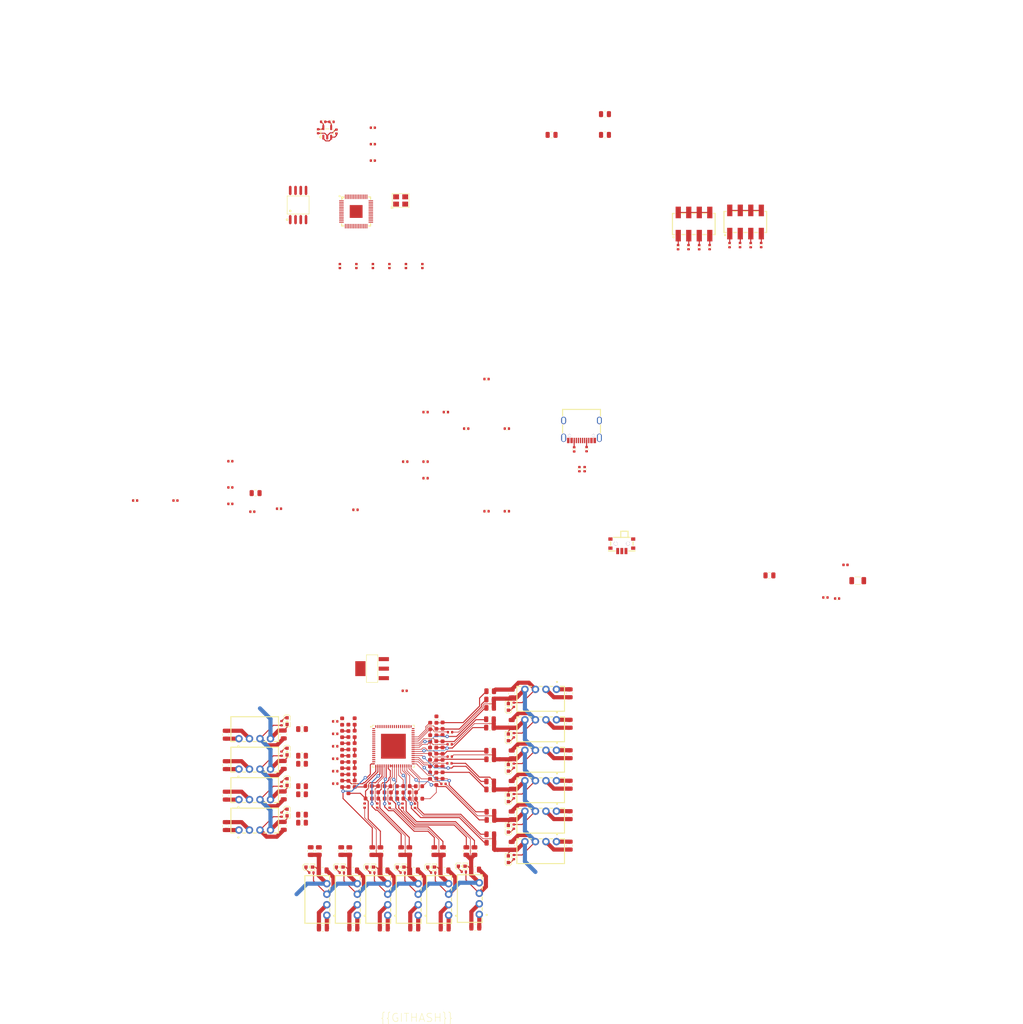
<source format=kicad_pcb>
(kicad_pcb (version 20240108) (generator "pcbnew") (generator_version "8.0")
  (layers (0 "F.Cu" signal) (31 "B.Cu" signal) (34 "B.Paste" user) (35 "F.Paste" user) (36 "B.SilkS" user "B.Silkscreen") (37 "F.SilkS" user "F.Silkscreen") (38 "B.Mask" user) (39 "F.Mask" user) (44 "Edge.Cuts" user))
  (net 0 "")
  (net 1 "mosi")
  (net 2 "sub1")
  (net 3 "usbc-vcc")
  (net 4 "dp")
  (net 5 "sub2")
  (net 6 "dm")
  (net 7 "cc1")
  (net 8 "cc2")
  (net 9 "bms.ic-gnd")
  (net 10 "bms.ic-vcc-1")
  (net 11 "isomd")
  (net 12 "micro-vcc")
  (net 13 "ldo3v3.feedback_div-out")
  (net 14 "collector")
  (net 15 "bms.npn-vcc")
  (net 16 "emitter")
  (net 17 "io1")
  (net 18 "io3")
  (net 19 "io2")
  (net 20 "miso")
  (net 21 "io0")
  (net 22 "bms-vcc")
  (net 23 "bms.cell2-gnd")
  (net 24 "s2n")
  (net 25 "s4n")
  (net 26 "bms.cell3-gnd")
  (net 27 "s3n")
  (net 28 "s5n")
  (net 29 "bms.cell4-gnd")
  (net 30 "s6n")
  (net 31 "bms.cell5-gnd")
  (net 32 "s7n")
  (net 33 "bms.cell6-gnd")
  (net 34 "s8n")
  (net 35 "bms.cell7-gnd")
  (net 36 "bms.cell1-gnd")
  (net 37 "s9n")
  (net 38 "bms.cell8-gnd")
  (net 39 "s10n")
  (net 40 "bms.cell9-gnd")
  (net 41 "s11n")
  (net 42 "bms.cell10-gnd")
  (net 43 "s12n")
  (net 44 "bms.cell11-gnd")
  (net 45 "s13n")
  (net 46 "bms.cell12-gnd")
  (net 47 "s14n")
  (net 48 "bms.cell13-gnd")
  (net 49 "s15n")
  (net 50 "bms.cell14-gnd")
  (net 51 "s16n")
  (net 52 "bms.cell15-gnd")
  (net 53 "s16p")
  (net 54 "bms.ic-sck")
  (net 55 "bms.iso_a_isolation.r_top-vcc")
  (net 56 "bms-p")
  (net 57 "bms.iso_b_isolation.r_top-vcc")
  (net 58 "bms.ic-p")
  (net 59 "io")
  (net 60 "c1")
  (net 61 "c2")
  (net 62 "c3")
  (net 63 "c4")
  (net 64 "c5")
  (net 65 "c6")
  (net 66 "c7")
  (net 67 "c9")
  (net 68 "c10")
  (net 69 "c11")
  (net 70 "c12")
  (net 71 "c13")
  (net 72 "c14")
  (net 73 "c15")
  (net 74 "c16")
  (net 75 "bms.ic-vcc")
  (net 76 "bms.ic-gpio1")
  (net 77 "bms.ic-gpio2")
  (net 78 "cell_sim.cell1.led.resistor-cathode")
  (net 79 "cell_sim.cell2.led.resistor-cathode")
  (net 80 "cell_sim.cell3.led.resistor-cathode")
  (net 81 "cell_sim.cell4.led.resistor-cathode")
  (net 82 "cell_sim.cell5.led.resistor-cathode")
  (net 83 "cell_sim.cell6.led.resistor-cathode")
  (net 84 "cell_sim.cell7.led.resistor-cathode")
  (net 85 "cell_sim.cell8.led.resistor-cathode")
  (net 86 "cell_sim.cell9.led.resistor-cathode")
  (net 87 "cell_sim.cell10.led.resistor-cathode")
  (net 88 "cell_sim.cell11.led.resistor-cathode")
  (net 89 "cell_sim.cell12.led.resistor-cathode")
  (net 90 "cell_sim.cell13.led.resistor-cathode")
  (net 91 "cell_sim.cell14.led.resistor-cathode")
  (net 92 "cell_sim.cell15.led.resistor-cathode")
  (net 93 "cell_sim.cell16.led.resistor-cathode")
  (net 94 "run")
  (net 95 "xout")
  (net 96 "micro.osc.osc-out")
  (net 97 "usb_dp")
  (net 98 "usb_dm")
  (net 99 "bms.ic-vcc-2")
  (net 100 "bms_ref_debug.header-_1")
  (net 101 "bms_ref_debug.header-_3")
  (net 102 "bms_ref_debug.header-_5")
  (net 103 "bms_ref_debug.header-_7")
  (net 104 "bms_spi_debug.header-_1")
  (net 105 "bms_spi_debug.header-_3")
  (net 106 "bms_spi_debug.header-_5")
  (net 107 "bms.ic-cs")
  (net 108 "bms_spi_debug.header-_7")
  (net 109 "gpio9")
  (net 110 "bms.ic-gpio3")
  (net 111 "bms.ic-gpio7")
  (net 112 "gpio8")
  (net 113 "c0")
  (net 114 "vp")
  (net 115 "gpio5")
  (net 116 "c9n")
  (net 117 "bms.ic-gpio6")
  (net 118 "gpio4")
  (net 119 "bms.ic-n")
  (net 120 "cell_sim-vcc")
  (net 121 "cell_sim-gnd")
  (net 122 "xin")
  (net 123 "micro.micro-vcc")
  (net 124 "gpio17")
  (net 125 "micro-cs")
  (net 126 "micro-sck")
  (net 127 "gpio12")
  (net 128 "gpio15")
  (net 129 "gpio24")
  (net 130 "micro.micro-gpio2")
  (net 131 "gpio22")
  (net 132 "micro.micro-gpio3")
  (net 133 "gpio13")
  (net 134 "gpio28_a2")
  (net 135 "tx")
  (net 136 "gpio25")
  (net 137 "swdio")
  (net 138 "gpio23")
  (net 139 "swclk")
  (net 140 "gpio0")
  (net 141 "sda")
  (net 142 "rx")
  (net 143 "gpio16")
  (net 144 "gpio19")
  (net 145 "gpio26_a0")
  (net 146 "gpio27_a1")
  (net 147 "scl")
  (net 148 "gpio18")
  (net 149 "micro.micro-gpio6")
  (net 150 "gpio14")
  (net 151 "micro.micro-gpio7")
  (net 152 "gpio29_a3")
  (net 153 "micro.micro-gpio1")
  (net 154 "bms-gnd")
  (net 155 "bms_ref_debug.header-gnd")
  (net 156 "bms-n")
  (net 157 "bms-gnd-1")
  (net 158 "bms.iso_a_isolation-gnd")
  (net 159 "bms.iso_b_isolation-gnd")
  (net 160 "s3p")
  (net 161 "s4p")
  (net 162 "s5p")
  (net 163 "s6p")
  (net 164 "s7p")
  (net 165 "s2p")
  (net 166 "s1n")
  (net 167 "s1p")
  (net 168 "s8p")
  (net 169 "s9p")
  (net 170 "s10p")
  (net 171 "s11p")
  (net 172 "s12p")
  (net 173 "s13p")
  (net 174 "s14p")
  (net 175 "s15p")
  (footprint "lib:C0805" (layer "F.Cu") (at 84.98385 134.971046)
    (property "Reference" "C81" (hide yes))
    (property "Value" "25V 10uF X5R ±10% 0805  Multilayer Ceramic Capacitors MLCC - SMD/SMT ROHS")
  )
  (footprint "lib:C0603" (layer "F.Cu") (at 85.355047 105.007694 -90)
    (property "Reference" "C51" (hide yes))
    (property "Value" "50V 10nF X7R ±10% 0603  Multilayer Ceramic Capacitors MLCC - SMD/SMT ROHS")
  )
  (footprint "lib:R0402" (layer "F.Cu") (at 138.390883 33.298911 -90)
    (property "Reference" "R81" (hide yes))
    (property "Value" "62.5mW Thick Film Resistors 50V ±100ppm/℃ ±1% 4.7kΩ 0402  Chip Resistor - Surface Mount ROHS")
  )
  (footprint "lib:R0402" (layer "F.Cu") (at 123.819489 124.392955 90)
    (property "Reference" "R63" (hide yes))
    (property "Value" "62.5mW Thick Film Resistors 50V ±100ppm/℃ ±1% 3.48kΩ 0402  Chip Resistor - Surface Mount ROHS")
  )
  (footprint "lib:R0402" (layer "F.Cu") (at 82.263162 135.493714)
    (property "Reference" "R69" (hide yes))
    (property "Value" "62.5mW Thick Film Resistors 50V ±100ppm/℃ ±1% 3.48kΩ 0402  Chip Resistor - Surface Mount ROHS")
  )
  (footprint "lib:C0805" (layer "F.Cu") (at 77.678664 148.974322)
    (property "Reference" "C82" (hide yes))
    (property "Value" "50V 2.2uF X5R ±10% 0805  Multilayer Ceramic Capacitors MLCC - SMD/SMT ROHS")
  )
  (footprint "lib:PWRM-TH_YLPTEC_BXXXXS-1WR3" (layer "F.Cu") (at 61.214 125.222)
    (property "Reference" "U15" (hide yes))
    (property "Value" "")
  )
  (footprint "lib:R0805" (layer "F.Cu") (at 118.11 91.694 180)
    (property "Reference" "R9" (hide yes))
    (property "Value" "125mW Thick Film Resistors 150V ±1% ±200ppm/℃ 20Ω 0805  Chip Resistor - Surface Mount ROHS")
  )
  (footprint "lib:R0402" (layer "F.Cu") (at 199.090478 69.063841)
    (property "Reference" "R6" (hide yes))
    (property "Value" "62.5mW Thick Film Resistors 50V ±1% ±200ppm/℃ 10Ω 0402  Chip Resistor - Surface Mount ROHS")
  )
  (footprint "lib:R0402" (layer "F.Cu") (at 141.391529 33.251838 -90)
    (property "Reference" "R80" (hide yes))
    (property "Value" "62.5mW Thick Film Resistors 50V ±100ppm/℃ ±1% 4.7kΩ 0402  Chip Resistor - Surface Mount ROHS")
  )
  (footprint "lib:C0402" (layer "F.Cu") (at 89.752478 -40.404159)
    (property "Reference" "C93" (hide yes))
    (property "Value" "50V 22pF C0G ±5% 0402  Multilayer Ceramic Capacitors MLCC - SMD/SMT ROHS")
  )
  (footprint "lib:LED0603-RD" (layer "F.Cu") (at 122.489148 102.839998 90)
    (property "Reference" "LED2" (hide yes))
    (property "Value" "")
  )
  (footprint "lib:R0805" (layer "F.Cu") (at 118.153713 120.810177 180)
    (property "Reference" "R20" (hide yes))
    (property "Value" "125mW Thick Film Resistors 150V ±1% ±200ppm/℃ 20Ω 0805  Chip Resistor - Surface Mount ROHS")
  )
  (footprint "lib:R0402" (layer "F.Cu") (at 102.488478 40.255841)
    (property "Reference" "R2" (hide yes))
    (property "Value" "62.5mW Thick Film Resistors 50V ±100ppm/℃ ±1% 49.9Ω 0402  Chip Resistor - Surface Mount ROHS")
  )
  (footprint "lib:LED0603-RD" (layer "F.Cu") (at 122.489148 132.26267 90)
    (property "Reference" "LED6" (hide yes))
    (property "Value" "")
  )
  (footprint "lib:LED0603-RD" (layer "F.Cu") (at 122.489148 117.551334 90)
    (property "Reference" "LED4" (hide yes))
    (property "Value" "")
  )
  (footprint "lib:LED0603-RD" (layer "F.Cu") (at 103.816119 134.163373)
    (property "Reference" "LED8" (hide yes))
    (property "Value" "")
  )
  (footprint "lib:LED0603-RD" (layer "F.Cu") (at 69.026852 106.263994 -90)
    (property "Reference" "LED15" (hide yes))
    (property "Value" "")
  )
  (footprint "lib:R0805" (layer "F.Cu") (at 84.074 130.302 90)
    (property "Reference" "R38" (hide yes))
    (property "Value" "125mW Thick Film Resistors 150V ±1% ±200ppm/℃ 20Ω 0805  Chip Resistor - Surface Mount ROHS")
  )
  (footprint "lib:C0805" (layer "F.Cu") (at 68.219179 124.210065 -90)
    (property "Reference" "C85" (hide yes))
    (property "Value" "25V 10uF X5R ±10% 0805  Multilayer Ceramic Capacitors MLCC - SMD/SMT ROHS")
  )
  (footprint "lib:C0402" (layer "F.Cu") (at 201.914478 69.317841)
    (property "Reference" "C8" (hide yes))
    (property "Value" "50V 10nF X7R ±10% 0402  Multilayer Ceramic Capacitors MLCC - SMD/SMT ROHS")
  )
  (footprint "lib:R0805" (layer "F.Cu") (at 112.34227 130.300147 90)
    (property "Reference" "R30" (hide yes))
    (property "Value" "125mW Thick Film Resistors 150V ±1% ±200ppm/℃ 20Ω 0805  Chip Resistor - Surface Mount ROHS")
  )
  (footprint "lib:R0805" (layer "F.Cu") (at 118.10136 113.470023 180)
    (property "Reference" "R17" (hide yes))
    (property "Value" "125mW Thick Film Resistors 150V ±1% ±200ppm/℃ 20Ω 0805  Chip Resistor - Surface Mount ROHS")
  )
  (footprint "lib:C0805" (layer "F.Cu") (at 123.296821 121.672267 90)
    (property "Reference" "C69" (hide yes))
    (property "Value" "25V 10uF X5R ±10% 0805  Multilayer Ceramic Capacitors MLCC - SMD/SMT ROHS")
  )
  (footprint "lib:C0402" (layer "F.Cu") (at 76.541053 -43.515607 -90)
    (property "Reference" "C105" (hide yes))
    (property "Value" "25V 1uF X5R ±10% 0402  Multilayer Ceramic Capacitors MLCC - SMD/SMT ROHS")
  )
  (footprint "lib:C0402" (layer "F.Cu") (at 42.068478 45.655841)
    (property "Reference" "C97" (hide yes))
    (property "Value" "16V 100nF X7R ±10% 0402  Multilayer Ceramic Capacitors MLCC - SMD/SMT ROHS")
  )
  (footprint "lib:SOT-23-5_L3.0-W1.7-P0.95-LS2.8-BL" (layer "F.Cu") (at 78.740978 -43.248659)
    (property "Reference" "U23" (hide yes))
    (property "Value" "")
  )
  (footprint "lib:R0805" (layer "F.Cu") (at 89.623284 130.307319 90)
    (property "Reference" "R39" (hide yes))
    (property "Value" "125mW Thick Film Resistors 150V ±1% ±200ppm/℃ 20Ω 0805  Chip Resistor - Surface Mount ROHS")
  )
  (footprint "lib:PWRM-TH_YLPTEC_BXXXXS-1WR3" (layer "F.Cu") (at 130.302 98.593328 180)
    (property "Reference" "U4" (hide yes))
    (property "Value" "")
  )
  (footprint "lib:C0805" (layer "F.Cu") (at 123.296821 129.027935 90)
    (property "Reference" "C71" (hide yes))
    (property "Value" "25V 10uF X5R ±10% 0805  Multilayer Ceramic Capacitors MLCC - SMD/SMT ROHS")
  )
  (footprint "lib:C0603" (layer "F.Cu") (at 106.590657 106.054533 90)
    (property "Reference" "C19" (hide yes))
    (property "Value" "50V 100nF X7R ±10% 0603  Multilayer Ceramic Capacitors MLCC - SMD/SMT ROHS")
  )
  (footprint "lib:R0402" (layer "F.Cu") (at 104.330166 135.493714)
    (property "Reference" "R66" (hide yes))
    (property "Value" "62.5mW Thick Film Resistors 50V ±100ppm/℃ ±1% 3.48kΩ 0402  Chip Resistor - Surface Mount ROHS")
  )
  (footprint "lib:C0402" (layer "F.Cu") (at 89.766478 -10.974159 90)
    (property "Reference" "C94" (hide yes))
    (property "Value" "16V 100nF X7R ±10% 0402  Multilayer Ceramic Capacitors MLCC - SMD/SMT ROHS")
  )
  (footprint "lib:R0402" (layer "F.Cu") (at 80.669773 107.99467)
    (property "Reference" "R43" (hide yes))
    (property "Value" "62.5mW Thick Film Resistors 50V ±100ppm/℃ ±1% 200Ω 0402  Chip Resistor - Surface Mount ROHS")
  )
  (footprint "lib:C0603" (layer "F.Cu") (at 96.339369 116.142244)
    (property "Reference" "C35" (hide yes))
    (property "Value" "50V 100nF X7R ±10% 0603  Multilayer Ceramic Capacitors MLCC - SMD/SMT ROHS")
  )
  (footprint "lib:C0805" (layer "F.Cu") (at 145.830478 -47.654159)
    (property "Reference" "C1" (hide yes))
    (property "Value" "50V 47nF X7R ±10% 0805  Multilayer Ceramic Capacitors MLCC - SMD/SMT ROHS")
  )
  (footprint "lib:C0603" (layer "F.Cu") (at 105.094104 113.550347 90)
    (property "Reference" "C29" (hide yes))
    (property "Value" "50V 100nF X7R ±10% 0603  Multilayer Ceramic Capacitors MLCC - SMD/SMT ROHS")
  )
  (footprint "lib:C0603" (layer "F.Cu") (at 106.586233 103.032355 90)
    (property "Reference" "C16" (hide yes))
    (property "Value" "50V 100nF X7R ±10% 0603  Multilayer Ceramic Capacitors MLCC - SMD/SMT ROHS")
  )
  (footprint "lib:C0805" (layer "F.Cu") (at 114.454898 134.754291)
    (property "Reference" "C73" (hide yes))
    (property "Value" "25V 10uF X5R ±10% 0805  Multilayer Ceramic Capacitors MLCC - SMD/SMT ROHS")
  )
  (footprint "lib:R0805" (layer "F.Cu") (at 98.552 130.302 90)
    (property "Reference" "R32" (hide yes))
    (property "Value" "125mW Thick Film Resistors 150V ±1% ±200ppm/℃ 20Ω 0805  Chip Resistor - Surface Mount ROHS")
  )
  (footprint "lib:R0402" (layer "F.Cu") (at 117.218478 16.315841)
    (property "Reference" "R1" (hide yes))
    (property "Value" "62.5mW Thick Film Resistors 50V ±100ppm/℃ ±1% 49.9Ω 0402  Chip Resistor - Surface Mount ROHS")
  )
  (footprint "lib:C0402" (layer "F.Cu") (at 55.328478 42.485841)
    (property "Reference" "C96" (hide yes))
    (property "Value" "16V 100nF X7R ±10% 0402  Multilayer Ceramic Capacitors MLCC - SMD/SMT ROHS")
  )
  (footprint "lib:C0603" (layer "F.Cu") (at 83.846987 106.542684 -90)
    (property "Reference" "C53" (hide yes))
    (property "Value" "50V 100nF X7R ±10% 0603  Multilayer Ceramic Capacitors MLCC - SMD/SMT ROHS")
  )
  (footprint "lib:R0402" (layer "F.Cu") (at 77.758094 -45.799831)
    (property "Reference" "R82" (hide yes))
    (property "Value" "62.5mW Thick Film Resistors 50V ±100ppm/℃ ±1% 17.4kΩ 0402  Chip Resistor - Surface Mount ROHS")
  )
  (footprint "lib:R0805" (layer "F.Cu") (at 96.591124 130.304097 90)
    (property "Reference" "R36" (hide yes))
    (property "Value" "125mW Thick Film Resistors 150V ±1% ±200ppm/℃ 20Ω 0805  Chip Resistor - Surface Mount ROHS")
  )
  (footprint "lib:C0805" (layer "F.Cu") (at 185.564478 63.729841 180)
    (property "Reference" "C7" (hide yes))
    (property "Value" "50V 10nF X7R ±10% 0805  Multilayer Ceramic Capacitors MLCC - SMD/SMT ROHS")
  )
  (footprint "lib:HDR-SMD_8P-P2.54-V-M-R2-C4-LS7.4" (layer "F.Cu") (at 179.788478 -21.608159)
    (property "Reference" "U24" (hide yes))
    (property "Value" "")
  )
  (footprint "lib:PWRM-TH_YLPTEC_BXXXXS-1WR3" (layer "F.Cu") (at 130.302 120.660332 180)
    (property "Reference" "U7" (hide yes))
    (property "Value" "")
  )
  (footprint "lib:R0402" (layer "F.Cu") (at 123.819489 131.748623 90)
    (property "Reference" "R64" (hide yes))
    (property "Value" "62.5mW Thick Film Resistors 50V ±100ppm/℃ ±1% 3.48kΩ 0402  Chip Resistor - Surface Mount ROHS")
  )
  (footprint "lib:C0402" (layer "F.Cu") (at 81.786478 -10.974159 90)
    (property "Reference" "C100" (hide yes))
    (property "Value" "16V 100nF X7R ±10% 0402  Multilayer Ceramic Capacitors MLCC - SMD/SMT ROHS")
  )
  (footprint "lib:C0603" (layer "F.Cu") (at 82.338476 105.034151 -90)
    (property "Reference" "C52" (hide yes))
    (property "Value" "50V 100nF X7R ±10% 0603  Multilayer Ceramic Capacitors MLCC - SMD/SMT ROHS")
  )
  (footprint "lib:C0805" (layer "F.Cu") (at 145.830478 -42.644159)
    (property "Reference" "C5" (hide yes))
    (property "Value" "50V 47nF X7R ±10% 0805  Multilayer Ceramic Capacitors MLCC - SMD/SMT ROHS")
  )
  (footprint "lib:PWRM-TH_YLPTEC_BXXXXS-1WR3" (layer "F.Cu") (at 130.302 91.23766 180)
    (property "Reference" "U3" (hide yes))
    (property "Value" "")
  )
  (footprint "lib:C0402" (layer "F.Cu") (at 60.638478 48.345841)
    (property "Reference" "C3" (hide yes))
    (property "Value" "50V 10nF X7R ±10% 0402  Multilayer Ceramic Capacitors MLCC - SMD/SMT ROHS")
  )
  (footprint "lib:C0805" (layer "F.Cu") (at 99.695186 134.971046)
    (property "Reference" "C77" (hide yes))
    (property "Value" "25V 10uF X5R ±10% 0805  Multilayer Ceramic Capacitors MLCC - SMD/SMT ROHS")
  )
  (footprint "lib:R0402" (layer "F.Cu") (at 90.815301 119.307284 90)
    (property "Reference" "R31" (hide yes))
    (property "Value" "62.5mW Thick Film Resistors 50V ±100ppm/℃ ±1% 200Ω 0402  Chip Resistor - Surface Mount ROHS")
  )
  (footprint "lib:C0603" (layer "F.Cu") (at 105.113865 101.560825 90)
    (property "Reference" "C17" (hide yes))
    (property "Value" "50V 100nF X7R ±10% 0603  Multilayer Ceramic Capacitors MLCC - SMD/SMT ROHS")
  )
  (footprint "lib:R0805" (layer "F.Cu") (at 118.045119 98.461312 180)
    (property "Reference" "R11" (hide yes))
    (property "Value" "125mW Thick Film Resistors 150V ±1% ±200ppm/℃ 20Ω 0805  Chip Resistor - Surface Mount ROHS")
  )
  (footprint "lib:C0603" (layer "F.Cu") (at 82.338404 99.024191 -90)
    (property "Reference" "C58" (hide yes))
    (property "Value" "50V 100nF X7R ±10% 0603  Multilayer Ceramic Capacitors MLCC - SMD/SMT ROHS")
  )
  (footprint "lib:R0402" (layer "F.Cu") (at 79.764872 -45.787209)
    (property "Reference" "R83" (hide yes))
    (property "Value" "62.5mW Thick Film Resistors 50V ±100ppm/℃ ±1% 10.2kΩ 0402  Chip Resistor - Surface Mount ROHS")
  )
  (footprint "lib:C0805" (layer "F.Cu") (at 68.219179 116.854397 -90)
    (property "Reference" "C87" (hide yes))
    (property "Value" "25V 10uF X5R ±10% 0805  Multilayer Ceramic Capacitors MLCC - SMD/SMT ROHS")
  )
  (footprint "lib:C0805" (layer "F.Cu") (at 114.50538 148.757567)
    (property "Reference" "C72" (hide yes))
    (property "Value" "50V 2.2uF X5R ±10% 0805  Multilayer Ceramic Capacitors MLCC - SMD/SMT ROHS")
  )
  (footprint "lib:R0402" (layer "F.Cu") (at 80.678066 114.014047)
    (property "Reference" "R37" (hide yes))
    (property "Value" "62.5mW Thick Film Resistors 50V ±100ppm/℃ ±1% 200Ω 0402  Chip Resistor - Surface Mount ROHS")
  )
  (footprint "lib:PWRM-TH_YLPTEC_BXXXXS-1WR3" (layer "F.Cu") (at 85.995785 141.976225 90)
    (property "Reference" "U13" (hide yes))
    (property "Value" "")
  )
  (footprint "lib:C0603" (layer "F.Cu") (at 82.340524 102.030981 -90)
    (property "Reference" "C55" (hide yes))
    (property "Value" "50V 100nF X7R ±10% 0603  Multilayer Ceramic Capacitors MLCC - SMD/SMT ROHS")
  )
  (footprint "lib:C0603" (layer "F.Cu") (at 88.76376 117.603837)
    (property "Reference" "C40" (hide yes))
    (property "Value" "50V 100nF X7R ±10% 0603  Multilayer Ceramic Capacitors MLCC - SMD/SMT ROHS")
  )
  (footprint "lib:R0402" (layer "F.Cu") (at 108.336032 107.488978 180)
    (property "Reference" "R13" (hide yes))
    (property "Value" "62.5mW Thick Film Resistors 50V ±100ppm/℃ ±1% 200Ω 0402  Chip Resistor - Surface Mount ROHS")
  )
  (footprint "lib:R0402" (layer "F.Cu") (at 80.662945 104.987247)
    (property "Reference" "R46" (hide yes))
    (property "Value" "62.5mW Thick Film Resistors 50V ±100ppm/℃ ±1% 200Ω 0402  Chip Resistor - Surface Mount ROHS")
  )
  (footprint "lib:R0402" (layer "F.Cu") (at 107.398478 24.295841)
    (property "Reference" "R57" (hide yes))
    (property "Value" "100kohm +/- 1%")
  )
  (footprint "lib:R0402" (layer "F.Cu") (at 80.671744 111.005445)
    (property "Reference" "R40" (hide yes))
    (property "Value" "62.5mW Thick Film Resistors 50V ±100ppm/℃ ±1% 200Ω 0402  Chip Resistor - Surface Mount ROHS")
  )
  (footprint "lib:R0402" (layer "F.Cu") (at 122.128478 48.235841)
    (property "Reference" "R56" (hide yes))
    (property "Value" "62.5mW Thick Film Resistors 50V ±100ppm/℃ ±1% 100kΩ 0402  Chip Resistor - Surface Mount ROHS")
  )
  (footprint "lib:R0402" (layer "F.Cu") (at 163.491616 -15.524444 90)
    (property "Reference" "R88" (hide yes))
    (property "Value" "62.5mW Thick Film Resistors 50V ±100ppm/℃ ±1% 1kΩ 0402  Chip Resistor - Surface Mount ROHS")
  )
  (footprint "lib:QFN-72_L10.0-W10.0-P0.50-BL-EP6.0_1" (layer "F.Cu") (at 94.722 104.978 -90)
    (property "Reference" "U1" (hide yes))
    (property "Value" "")
  )
  (footprint "lib:R0402" (layer "F.Cu") (at 96.908308 119.327817 90)
    (property "Reference" "R25" (hide yes))
    (property "Value" "62.5mW Thick Film Resistors 50V ±100ppm/℃ ±1% 200Ω 0402  Chip Resistor - Surface Mount ROHS")
  )
  (footprint "lib:C0603" (layer "F.Cu") (at 105.082146 104.546 90)
    (property "Reference" "C20" (hide yes))
    (property "Value" "50V 100nF X7R ±10% 0603  Multilayer Ceramic Capacitors MLCC - SMD/SMT ROHS")
  )
  (footprint "lib:C0603" (layer "F.Cu") (at 105.081762 110.562495 90)
    (property "Reference" "C26" (hide yes))
    (property "Value" "50V 100nF X7R ±10% 0603  Multilayer Ceramic Capacitors MLCC - SMD/SMT ROHS")
  )
  (footprint "lib:R0402" (layer "F.Cu") (at 123.819489 109.681619 90)
    (property "Reference" "R61" (hide yes))
    (property "Value" "62.5mW Thick Film Resistors 50V ±100ppm/℃ ±1% 3.48kΩ 0402  Chip Resistor - Surface Mount ROHS")
  )
  (footprint "lib:C0603" (layer "F.Cu") (at 82.345304 108.041574 -90)
    (property "Reference" "C49" (hide yes))
    (property "Value" "50V 100nF X7R ±10% 0603  Multilayer Ceramic Capacitors MLCC - SMD/SMT ROHS")
  )
  (footprint "lib:R0805" (layer "F.Cu") (at 118.083552 93.701455 180)
    (property "Reference" "R8" (hide yes))
    (property "Value" "125mW Thick Film Resistors 150V ±1% ±200ppm/℃ 20Ω 0805  Chip Resistor - Surface Mount ROHS")
  )
  (footprint "lib:HDR-SMD_8P-P2.54-V-M-R2-C4-LS7.4" (layer "F.Cu") (at 167.342478 -21.112159)
    (property "Reference" "U25" (hide yes))
    (property "Value" "")
  )
  (footprint "lib:C0805" (layer "F.Cu") (at 137.300097 106.910449 90)
    (property "Reference" "C64" (hide yes))
    (property "Value" "50V 2.2uF X5R ±10% 0805  Multilayer Ceramic Capacitors MLCC - SMD/SMT ROHS")
  )
  (footprint "lib:R0402" (layer "F.Cu") (at 102.488478 36.265841)
    (property "Reference" "R4" (hide yes))
    (property "Value" "62.5mW Thick Film Resistors 50V ±100ppm/℃ ±1% 49.9Ω 0402  Chip Resistor - Surface Mount ROHS")
  )
  (footprint "lib:R0402" (layer "F.Cu") (at 67.696511 114.133709 -90)
    (property "Reference" "R72" (hide yes))
    (property "Value" "62.5mW Thick Film Resistors 50V ±100ppm/℃ ±1% 3.48kΩ 0402  Chip Resistor - Surface Mount ROHS")
  )
  (footprint "lib:USB-C-SMD_KH-TYPE-C-16P" (layer "F.Cu") (at 140.164478 28.729341 180)
    (property "Reference" "U22" (hide yes))
    (property "Value" "")
  )
  (footprint "lib:R0402" (layer "F.Cu") (at 168.594116 -15.519738 90)
    (property "Reference" "R90" (hide yes))
    (property "Value" "62.5mW Thick Film Resistors 50V ±100ppm/℃ ±1% 1kΩ 0402  Chip Resistor - Surface Mount ROHS")
  )
  (footprint "lib:R0805" (layer "F.Cu") (at 118.12905 126.238 180)
    (property "Reference" "R23" (hide yes))
    (property "Value" "125mW Thick Film Resistors 150V ±1% ±200ppm/℃ 20Ω 0805  Chip Resistor - Surface Mount ROHS")
  )
  (footprint "lib:LED0603-RD" (layer "F.Cu") (at 69.026852 98.908326 -90)
    (property "Reference" "LED16" (hide yes))
    (property "Value" "")
  )
  (footprint "lib:C0402" (layer "F.Cu") (at 55.328478 46.455841)
    (property "Reference" "C9" (hide yes))
    (property "Value" "25V 1uF X5R ±10% 0402  Multilayer Ceramic Capacitors MLCC - SMD/SMT ROHS")
  )
  (footprint "lib:C0603" (layer "F.Cu") (at 106.601783 100.007052 90)
    (property "Reference" "C13" (hide yes))
    (property "Value" "50V 100nF X7R ±10% 0603  Multilayer Ceramic Capacitors MLCC - SMD/SMT ROHS")
  )
  (footprint "lib:SOIC-8_L5.3-W5.3-P1.27-LS8.0-BL" (layer "F.Cu") (at 71.706478 -25.704159)
    (property "Reference" "U21" (hide yes))
    (property "Value" "")
  )
  (footprint "lib:C0603" (layer "F.Cu") (at 103.605805 103.095815 90)
    (property "Reference" "C15" (hide yes))
    (property "Value" "50V 10nF X7R ±10% 0603  Multilayer Ceramic Capacitors MLCC - SMD/SMT ROHS")
  )
  (footprint "lib:OSC-SMD_4P-L3.2-W2.5-BL" (layer "F.Cu") (at 96.468478 -26.806159)
    (property "Reference" "U20" (hide yes))
    (property "Value" "")
  )
  (footprint "lib:C0603" (layer "F.Cu") (at 91.808077 114.602272)
    (property "Reference" "C36" (hide yes))
    (property "Value" "50V 10nF X7R ±10% 0603  Multilayer Ceramic Capacitors MLCC - SMD/SMT ROHS")
  )
  (footprint "lib:C0805" (layer "F.Cu") (at 68.219179 109.498729 -90)
    (property "Reference" "C89" (hide yes))
    (property "Value" "25V 10uF X5R ±10% 0805  Multilayer Ceramic Capacitors MLCC - SMD/SMT ROHS")
  )
  (footprint "lib:C0805" (layer "F.Cu") (at 123.296821 114.316599 90)
    (property "Reference" "C67" (hide yes))
    (property "Value" "25V 10uF X5R ±10% 0805  Multilayer Ceramic Capacitors MLCC - SMD/SMT ROHS")
  )
  (footprint "lib:C0805" (layer "F.Cu") (at 132.930478 -42.644159)
    (property "Reference" "C4" (hide yes))
    (property "Value" "50V 47nF X7R ±10% 0805  Multilayer Ceramic Capacitors MLCC - SMD/SMT ROHS")
  )
  (footprint "lib:R0805" (layer "F.Cu") (at 114.3 130.302 90)
    (property "Reference" "R26" (hide yes))
    (property "Value" "125mW Thick Film Resistors 150V ±1% ±200ppm/℃ 20Ω 0805  Chip Resistor - Surface Mount ROHS")
  )
  (footprint "lib:C0603" (layer "F.Cu") (at 85.357095 102.004524 -90)
    (property "Reference" "C54" (hide yes))
    (property "Value" "50V 10nF X7R ±10% 0603  Multilayer Ceramic Capacitors MLCC - SMD/SMT ROHS")
  )
  (footprint "lib:C0603" (layer "F.Cu") (at 82.353597 114.060951 -90)
    (property "Reference" "C43" (hide yes))
    (property "Value" "50V 100nF X7R ±10% 0603  Multilayer Ceramic Capacitors MLCC - SMD/SMT ROHS")
  )
  (footprint "lib:R0805" (layer "F.Cu") (at 76.708 130.302 90)
    (property "Reference" "R41" (hide yes))
    (property "Value" "125mW Thick Film Resistors 150V ±1% ±200ppm/℃ 20Ω 0805  Chip Resistor - Surface Mount ROHS")
  )
  (footprint "lib:LED0603-RD" (layer "F.Cu") (at 69.026852 113.619662 -90)
    (property "Reference" "LED14" (hide yes))
    (property "Value" "")
  )
  (footprint "lib:C0603" (layer "F.Cu") (at 97.905293 117.619326)
    (property "Reference" "C31" (hide yes))
    (property "Value" "50V 100nF X7R ±10% 0603  Multilayer Ceramic Capacitors MLCC - SMD/SMT ROHS")
  )
  (footprint "lib:PWRM-TH_YLPTEC_BXXXXS-1WR3" (layer "F.Cu") (at 108.062789 141.976225 90)
    (property "Reference" "U10" (hide yes))
    (property "Value" "")
  )
  (footprint "lib:R0805" (layer "F.Cu") (at 118.086853 95.709507 180)
    (property "Reference" "R12" (hide yes))
    (property "Value" "125mW Thick Film Resistors 150V ±1% ±200ppm/℃ 20Ω 0805  Chip Resistor - Surface Mount ROHS")
  )
  (footprint "lib:C0805" (layer "F.Cu") (at 68.219179 102.143061 -90)
    (property "Reference" "C91" (hide yes))
    (property "Value" "25V 10uF X5R ±10% 0805  Multilayer Ceramic Capacitors MLCC - SMD/SMT ROHS")
  )
  (footprint "lib:R0805" (layer "F.Cu") (at 104.612335 130.305469 90)
    (property "Reference" "R33" (hide yes))
    (property "Value" "125mW Thick Film Resistors 150V ±1% ±200ppm/℃ 20Ω 0805  Chip Resistor - Surface Mount ROHS")
  )
  (footprint "lib:C0805" (layer "F.Cu") (at 54.215903 109.549211 -90)
    (property "Reference" "C88" (hide yes))
    (property "Value" "50V 2.2uF X5R ±10% 0805  Multilayer Ceramic Capacitors MLCC - SMD/SMT ROHS")
  )
  (footprint "lib:R0402" (layer "F.Cu") (at 108.404754 101.577822 180)
    (property "Reference" "R7" (hide yes))
    (property "Value" "62.5mW Thick Film Resistors 50V ±100ppm/℃ ±1% 200Ω 0402  Chip Resistor - Surface Mount ROHS")
  )
  (footprint "lib:C0805" (layer "F.Cu") (at 54.215903 102.193543 -90)
    (property "Reference" "C90" (hide yes))
    (property "Value" "50V 2.2uF X5R ±10% 0805  Multilayer Ceramic Capacitors MLCC - SMD/SMT ROHS")
  )
  (footprint "lib:C0603" (layer "F.Cu") (at 85.370168 114.034494 -90)
    (property "Reference" "C42" (hide yes))
    (property "Value" "50V 10nF X7R ±10% 0603  Multilayer Ceramic Capacitors MLCC - SMD/SMT ROHS")
  )
  (footprint "lib:R0402" (layer "F.Cu") (at 67.696511 121.489377 -90)
    (property "Reference" "R71" (hide yes))
    (property "Value" "62.5mW Thick Film Resistors 50V ±100ppm/℃ ±1% 3.48kΩ 0402  Chip Resistor - Surface Mount ROHS")
  )
  (footprint "lib:R0805" (layer "F.Cu") (at 72.644 123.444)
    (property "Reference" "R44" (hide yes))
    (property "Value" "125mW Thick Film Resistors 150V ±1% ±200ppm/℃ 20Ω 0805  Chip Resistor - Surface Mount ROHS")
  )
  (footprint "lib:LED0603-RD" (layer "F.Cu") (at 81.749115 134.163373)
    (property "Reference" "LED11" (hide yes))
    (property "Value" "")
  )
  (footprint "lib:R1206" (layer "F.Cu") (at 206.904978 64.999841 180)
    (property "Reference" "R5" (hide yes))
    (property "Value" "250mW Thick Film Resistors 200V ±100ppm/℃ ±1% 300Ω 1206  Chip Resistor - Surface Mount ROHS")
  )
  (footprint "lib:R0402" (layer "F.Cu") (at 80.662873 98.977287)
    (property "Reference" "R52" (hide yes))
    (property "Value" "62.5mW Thick Film Resistors 50V ±100ppm/℃ ±1% 200Ω 0402  Chip Resistor - Surface Mount ROHS")
  )
  (footprint "lib:R0402" (layer "F.Cu") (at 117.218478 48.235841)
    (property "Reference" "R75" (hide yes))
    (property "Value" "62.5mW Thick Film Resistors 50V ±100ppm/℃ ±1% 10kΩ 0402  Chip Resistor - Surface Mount ROHS")
  )
  (footprint "lib:C0402" (layer "F.Cu") (at 93.756478 -10.974159 90)
    (property "Reference" "C6" (hide yes))
    (property "Value" "50V 10nF X7R ±10% 0402  Multilayer Ceramic Capacitors MLCC - SMD/SMT ROHS")
  )
  (footprint "lib:R0805" (layer "F.Cu") (at 118.174107 122.765949 180)
    (property "Reference" "R24" (hide yes))
    (property "Value" "125mW Thick Film Resistors 150V ±1% ±200ppm/℃ 20Ω 0805  Chip Resistor - Surface Mount ROHS")
  )
  (footprint "lib:C0805" (layer "F.Cu") (at 92.339518 134.971046)
    (property "Reference" "C79" (hide yes))
    (property "Value" "25V 10uF X5R ±10% 0805  Multilayer Ceramic Capacitors MLCC - SMD/SMT ROHS")
  )
  (footprint "lib:C0402" (layer "F.Cu") (at 97.448 91.592)
    (property "Reference" "C10" (hide yes))
    (property "Value" "25V 1uF X5R ±10% 0402  Multilayer Ceramic Capacitors MLCC - SMD/SMT ROHS")
  )
  (footprint "lib:LED0603-RD" (layer "F.Cu") (at 74.393447 134.163373)
    (property "Reference" "LED12" (hide yes))
    (property "Value" "")
  )
  (footprint "lib:C0805" (layer "F.Cu") (at 107.050854 134.971046)
    (property "Reference" "C75" (hide yes))
    (property "Value" "25V 10uF X5R ±10% 0805  Multilayer Ceramic Capacitors MLCC - SMD/SMT ROHS")
  )
  (footprint "lib:C0603" (layer "F.Cu") (at 106.592 109.062067 90)
    (property "Reference" "C22" (hide yes))
    (property "Value" "50V 100nF X7R ±10% 0603  Multilayer Ceramic Capacitors MLCC - SMD/SMT ROHS")
  )
  (footprint "lib:C0805" (layer "F.Cu") (at 54.215903 116.904879 -90)
    (property "Reference" "C86" (hide yes))
    (property "Value" "50V 2.2uF X5R ±10% 0805  Multilayer Ceramic Capacitors MLCC - SMD/SMT ROHS")
  )
  (footprint "lib:R0402" (layer "F.Cu") (at 102.488478 24.295841)
    (property "Reference" "R58" (hide yes))
    (property "Value" "62.5mW Thick Film Resistors 50V ±100ppm/℃ ±1% 100kΩ 0402  Chip Resistor - Surface Mount ROHS")
  )
  (footprint "lib:R0402" (layer "F.Cu") (at 181.040116 -16.015738 90)
    (property "Reference" "R86" (hide yes))
    (property "Value" "62.5mW Thick Film Resistors 50V ±100ppm/℃ ±1% 1kΩ 0402  Chip Resistor - Surface Mount ROHS")
  )
  (footprint "lib:R0402" (layer "F.Cu") (at 111.73421 135.276959)
    (property "Reference" "R65" (hide yes))
    (property "Value" "62.5mW Thick Film Resistors 50V ±100ppm/℃ ±1% 3.48kΩ 0402  Chip Resistor - Surface Mount ROHS")
  )
  (footprint "lib:LED0603-RD" (layer "F.Cu") (at 122.489148 110.195666 90)
    (property "Reference" "LED3" (hide yes))
    (property "Value" "")
  )
  (footprint "lib:PWRM-TH_YLPTEC_BXXXXS-1WR3" (layer "F.Cu") (at 61.214 103.154996)
    (property "Reference" "U18" (hide yes))
    (property "Value" "")
  )
  (footprint "lib:C0402" (layer "F.Cu") (at 80.957155 -43.438357 90)
    (property "Reference" "C104" (hide yes))
    (property "Value" "25V 1uF X5R ±10% 0402  Multilayer Ceramic Capacitors MLCC - SMD/SMT ROHS")
  )
  (footprint "lib:C0805" (layer "F.Cu") (at 137.300097 92.199113 90)
    (property "Reference" "C60" (hide yes))
    (property "Value" "50V 2.2uF X5R ±10% 0805  Multilayer Ceramic Capacitors MLCC - SMD/SMT ROHS")
  )
  (footprint "lib:C0805" (layer "F.Cu") (at 123.296821 106.960931 90)
    (property "Reference" "C65" (hide yes))
    (property "Value" "25V 10uF X5R ±10% 0805  Multilayer Ceramic Capacitors MLCC - SMD/SMT ROHS")
  )
  (footprint "lib:R0402" (layer "F.Cu") (at 108.31921 104.50401 180)
    (property "Reference" "R10" (hide yes))
    (property "Value" "62.5mW Thick Film Resistors 50V ±100ppm/℃ ±1% 200Ω 0402  Chip Resistor - Surface Mount ROHS")
  )
  (footprint "lib:PWRM-TH_YLPTEC_BXXXXS-1WR3" (layer "F.Cu") (at 130.302 113.304664 180)
    (property "Reference" "U6" (hide yes))
    (property "Value" "")
  )
  (footprint "lib:R0402" (layer "F.Cu") (at 93.810609 119.334508 90)
    (property "Reference" "R28" (hide yes))
    (property "Value" "62.5mW Thick Film Resistors 50V ±100ppm/℃ ±1% 200Ω 0402  Chip Resistor - Surface Mount ROHS")
  )
  (footprint "lib:C0402" (layer "F.Cu") (at 67.088478 47.625841)
    (property "Reference" "C11" (hide yes))
    (property "Value" "25V 1uF X5R ±10% 0402  Multilayer Ceramic Capacitors MLCC - SMD/SMT ROHS")
  )
  (footprint "lib:R0402" (layer "F.Cu") (at 67.696511 99.422373 -90)
    (property "Reference" "R74" (hide yes))
    (property "Value" "62.5mW Thick Film Resistors 50V ±100ppm/℃ ±1% 3.48kΩ 0402  Chip Resistor - Surface Mount ROHS")
  )
  (footprint "lib:C0603" (layer "F.Cu") (at 94.804379 114.634184)
    (property "Reference" "C33" (hide yes))
    (property "Value" "50V 10nF X7R ±10% 0603  Multilayer Ceramic Capacitors MLCC - SMD/SMT ROHS")
  )
  (footprint "lib:PWRM-TH_YLPTEC_BXXXXS-1WR3" (layer "F.Cu") (at 61.214 110.510664)
    (property "Reference" "U17" (hide yes))
    (property "Value" "")
  )
  (footprint "lib:C0603" (layer "F.Cu") (at 103.579489 112.084442 90)
    (property "Reference" "C24" (hide yes))
    (property "Value" "50V 10nF X7R ±10% 0603  Multilayer Ceramic Capacitors MLCC - SMD/SMT ROHS")
  )
  (footprint "lib:C0603" (layer "F.Cu") (at 97.878836 114.602755)
    (property "Reference" "C30" (hide yes))
    (property "Value" "50V 10nF X7R ±10% 0603  Multilayer Ceramic Capacitors MLCC - SMD/SMT ROHS")
  )
  (footprint "lib:C0402" (layer "F.Cu") (at 101.716478 -10.974159 90)
    (property "Reference" "C103" (hide yes))
    (property "Value" "25V 1uF X5R ±10% 0402  Multilayer Ceramic Capacitors MLCC - SMD/SMT ROHS")
  )
  (footprint "lib:C0402" (layer "F.Cu") (at 55.328478 36.155841)
    (property "Reference" "C101" (hide yes))
    (property "Value" "16V 100nF X7R ±10% 0402  Multilayer Ceramic Capacitors MLCC - SMD/SMT ROHS")
  )
  (footprint "lib:PWRM-TH_YLPTEC_BXXXXS-1WR3" (layer "F.Cu") (at 130.302 105.948996 180)
    (property "Reference" "U5" (hide yes))
    (property "Value" "")
  )
  (footprint "lib:R0402" (layer "F.Cu") (at 112.308478 28.285841)
    (property "Reference" "R77" (hide yes))
    (property "Value" "62.5mW Thick Film Resistors 50V ±100ppm/℃ ±1% 1kΩ 0402  Chip Resistor - Surface Mount ROHS")
  )
  (footprint "lib:R0402" (layer "F.Cu") (at 89.61883 135.493714)
    (property "Reference" "R68" (hide yes))
    (property "Value" "62.5mW Thick Film Resistors 50V ±100ppm/℃ ±1% 3.48kΩ 0402  Chip Resistor - Surface Mount ROHS")
  )
  (footprint "lib:SW-SMD_MSK12CO2" (layer "F.Cu") (at 149.904 56.4 180)
    (property "Reference" "U2" (hide yes))
    (property "Value" "")
  )
  (footprint "lib:C0603" (layer "F.Cu") (at 94.884417 117.632738)
    (property "Reference" "C34" (hide yes))
    (property "Value" "50V 100nF X7R ±10% 0603  Multilayer Ceramic Capacitors MLCC - SMD/SMT ROHS")
  )
  (footprint "lib:C0805" (layer "F.Cu") (at 123.296821 92.249595 90)
    (property "Reference" "C61" (hide yes))
    (property "Value" "25V 10uF X5R ±10% 0805  Multilayer Ceramic Capacitors MLCC - SMD/SMT ROHS")
  )
  (footprint "lib:C0603" (layer "F.Cu") (at 83.862108 115.569484 -90)
    (property "Reference" "C44" (hide yes))
    (property "Value" "50V 100nF X7R ±10% 0603  Multilayer Ceramic Capacitors MLCC - SMD/SMT ROHS")
  )
  (footprint "lib:R0402" (layer "F.Cu") (at 108.267531 109.108971 180)
    (property "Reference" "R16" (hide yes))
    (property "Value" "62.5mW Thick Film Resistors 50V ±100ppm/℃ ±1% 200Ω 0402  Chip Resistor - Surface Mount ROHS")
  )
  (footprint "lib:R0805" (layer "F.Cu") (at 118.049583 100.480639 180)
    (property "Reference" "R15" (hide yes))
    (property "Value" "125mW Thick Film Resistors 150V ±1% ±200ppm/℃ 20Ω 0805  Chip Resistor - Surface Mount ROHS")
  )
  (footprint "lib:R0402" (layer "F.Cu") (at 74.907494 135.493714)
    (property "Reference" "R70" (hide yes))
    (property "Value" "62.5mW Thick Film Resistors 50V ±100ppm/℃ ±1% 3.48kΩ 0402  Chip Resistor - Surface Mount ROHS")
  )
  (footprint "lib:R0805" (layer "F.Cu") (at 118.138776 128.27 180)
    (property "Reference" "R27" (hide yes))
    (property "Value" "125mW Thick Film Resistors 150V ±1% ±200ppm/℃ 20Ω 0805  Chip Resistor - Surface Mount ROHS")
  )
  (footprint "lib:C0603" (layer "F.Cu") (at 82.347275 111.052349 -90)
    (property "Reference" "C46" (hide yes))
    (property "Value" "50V 100nF X7R ±10% 0603  Multilayer Ceramic Capacitors MLCC - SMD/SMT ROHS")
  )
  (footprint "lib:R0402" (layer "F.Cu") (at 123.819489 94.970283 90)
    (property "Reference" "R59" (hide yes))
    (property "Value" "62.5mW Thick Film Resistors 50V ±100ppm/℃ ±1% 3.48kΩ 0402  Chip Resistor - Surface Mount ROHS")
  )
  (footprint "lib:C0805" (layer "F.Cu") (at 61.428478 43.855841)
    (property "Reference" "C2" (hide yes))
    (property "Value" "50V 47nF X7R ±10% 0805  Multilayer Ceramic Capacitors MLCC - SMD/SMT ROHS")
  )
  (footprint "lib:C0603" (layer "F.Cu") (at 99.413826 116.110815)
    (property "Reference" "C32" (hide yes))
    (property "Value" "50V 100nF X7R ±10% 0603  Multilayer Ceramic Capacitors MLCC - SMD/SMT ROHS")
  )
  (footprint "lib:C0603" (layer "F.Cu") (at 85.361875 108.015117 -90)
    (property "Reference" "C48" (hide yes))
    (property "Value" "50V 10nF X7R ±10% 0603  Multilayer Ceramic Capacitors MLCC - SMD/SMT ROHS")
  )
  (footprint "lib:SOT-223-4_L6.5-W3.5-P2.30-LS7.0-BR" (layer "F.Cu") (at 89.572657 86.242533)
    (property "Reference" "Q1" (hide yes))
    (property "Value" "")
  )
  (footprint "lib:R0805" (layer "F.Cu") (at 72.645843 107.274106)
    (property "Reference" "R54" (hide yes))
    (property "Value" "125mW Thick Film Resistors 150V ±1% ±200ppm/℃ 20Ω 0805  Chip Resistor - Surface Mount ROHS")
  )
  (footprint "lib:LED0603-RD" (layer "F.Cu") (at 96.460451 134.163373)
    (property "Reference" "LED9" (hide yes))
    (property "Value" "")
  )
  (footprint "lib:C0603" (layer "F.Cu") (at 105.083489 107.553534 90)
    (property "Reference" "C23" (hide yes))
    (property "Value" "50V 100nF X7R ±10% 0603  Multilayer Ceramic Capacitors MLCC - SMD/SMT ROHS")
  )
  (footprint "lib:C0402" (layer "F.Cu") (at 85.776478 -10.974159 90)
    (property "Reference" "C92" (hide yes))
    (property "Value" "50V 22pF C0G ±5% 0402  Multilayer Ceramic Capacitors MLCC - SMD/SMT ROHS")
  )
  (footprint "lib:R0402" (layer "F.Cu") (at 140.926478 38.073841 -90)
    (property "Reference" "R79" (hide yes))
    (property "Value" "62.5mW Thick Film Resistors 50V ±100ppm/℃ ±1% 27Ω 0402  Chip Resistor - Surface Mount ROHS")
  )
  (footprint "lib:C0603" (layer "F.Cu") (at 103.569246 109.059628 90)
    (property "Reference" "C21" (hide yes))
    (property "Value" "50V 10nF X7R ±10% 0603  Multilayer Ceramic Capacitors MLCC - SMD/SMT ROHS")
  )
  (footprint "lib:C0805" (layer "F.Cu") (at 137.300097 128.977453 90)
    (property "Reference" "C70" (hide yes))
    (property "Value" "50V 2.2uF X5R ±10% 0805  Multilayer Ceramic Capacitors MLCC - SMD/SMT ROHS")
  )
  (footprint "lib:C0603" (layer "F.Cu") (at 83.853815 109.550107 -90)
    (property "Reference" "C50" (hide yes))
    (property "Value" "50V 100nF X7R ±10% 0603  Multilayer Ceramic Capacitors MLCC - SMD/SMT ROHS")
  )
  (footprint "lib:R0805" (layer "F.Cu") (at 74.731721 130.29442 90)
    (property "Reference" "R45" (hide yes))
    (property "Value" "125mW Thick Film Resistors 150V ±1% ±200ppm/℃ 20Ω 0805  Chip Resistor - Surface Mount ROHS")
  )
  (footprint "lib:C0402" (layer "F.Cu") (at 89.752478 -36.434159)
    (property "Reference" "C99" (hide yes))
    (property "Value" "25V 1uF X5R ±10% 0402  Multilayer Ceramic Capacitors MLCC - SMD/SMT ROHS")
  )
  (footprint "lib:C0805" (layer "F.Cu") (at 85.034332 148.974322)
    (property "Reference" "C80" (hide yes))
    (property "Value" "50V 2.2uF X5R ±10% 0805  Multilayer Ceramic Capacitors MLCC - SMD/SMT ROHS")
  )
  (footprint "lib:C0603" (layer "F.Cu") (at 85.363846 111.025892 -90)
    (property "Reference" "C45" (hide yes))
    (property "Value" "50V 10nF X7R ±10% 0603  Multilayer Ceramic Capacitors MLCC - SMD/SMT ROHS")
  )
  (footprint "lib:R0402" (layer "F.Cu") (at 166.016833 -15.535108 90)
    (property "Reference" "R89" (hide yes))
    (property "Value" "62.5mW Thick Film Resistors 50V ±100ppm/℃ ±1% 1kΩ 0402  Chip Resistor - Surface Mount ROHS")
  )
  (footprint "lib:C0603" (layer "F.Cu") (at 88.737303 114.587266)
    (property "Reference" "C39" (hide yes))
    (property "Value" "50V 10nF X7R ±10% 0603  Multilayer Ceramic Capacitors MLCC - SMD/SMT ROHS")
  )
  (footprint "lib:LED0603-RD" (layer "F.Cu") (at 122.489148 124.907002 90)
    (property "Reference" "LED5" (hide yes))
    (property "Value" "")
  )
  (footprint "lib:R0805" (layer "F.Cu") (at 91.578103 130.310816 90)
    (property "Reference" "R35" (hide yes))
    (property "Value" "125mW Thick Film Resistors 150V ±1% ±200ppm/℃ 20Ω 0805  Chip Resistor - Surface Mount ROHS")
  )
  (footprint "lib:R0402" (layer "F.Cu") (at 183.565333 -16.031108 90)
    (property "Reference" "R87" (hide yes))
    (property "Value" "62.5mW Thick Film Resistors 50V ±100ppm/℃ ±1% 1kΩ 0402  Chip Resistor - Surface Mount ROHS")
  )
  (footprint "lib:C0805" (layer "F.Cu") (at 107.101336 148.974322)
    (property "Reference" "C74" (hide yes))
    (property "Value" "50V 2.2uF X5R ±10% 0805  Multilayer Ceramic Capacitors MLCC - SMD/SMT ROHS")
  )
  (footprint "lib:R0805" (layer "F.Cu") (at 72.648949 114.634367)
    (property "Reference" "R51" (hide yes))
    (property "Value" "125mW Thick Film Resistors 150V ±1% ±200ppm/℃ 20Ω 0805  Chip Resistor - Surface Mount ROHS")
  )
  (footprint "lib:R0402" (layer "F.Cu") (at 139.656478 38.077841 90)
    (property "Reference" "R78" (hide yes))
    (property "Value" "62.5mW Thick Film Resistors 50V ±100ppm/℃ ±1% 27Ω 0402  Chip Resistor - Surface Mount ROHS")
  )
  (footprint "lib:PWRM-TH_YLPTEC_BXXXXS-1WR3" (layer "F.Cu") (at 78.640117 141.976225 90)
    (property "Reference" "U14" (hide yes))
    (property "Value" "")
  )
  (footprint "lib:LED0603-RD" (layer "F.Cu") (at 89.104783 134.163373)
    (property "Reference" "LED10" (hide yes))
    (property "Value" "")
  )
  (footprint "lib:LED0603-RD" (layer "F.Cu") (at 69.026852 120.97533 -90)
    (property "Reference" "LED13" (hide yes))
    (property "Value" "")
  )
  (footprint "lib:R0402" (layer "F.Cu") (at 171.119333 -15.535108 90)
    (property "Reference" "R91" (hide yes))
    (property "Value" "62.5mW Thick Film Resistors 50V ±100ppm/℃ ±1% 1kΩ 0402  Chip Resistor - Surface Mount ROHS")
  )
  (footprint "lib:R0402" (layer "F.Cu") (at 96.974498 135.493714)
    (property "Reference" "R67" (hide yes))
    (property "Value" "62.5mW Thick Film Resistors 50V ±100ppm/℃ ±1% 3.48kΩ 0402  Chip Resistor - Surface Mount ROHS")
  )
  (footprint "lib:PWRM-TH_YLPTEC_BXXXXS-1WR3" (layer "F.Cu") (at 115.466833 141.75947 90)
    (property "Reference" "U9" (hide yes))
    (property "Value" "")
  )
  (footprint "lib:L0402" (layer "F.Cu") (at 203.941478 61.189841)
    (property "Reference" "FB1" (hide yes))
    (property "Value" "")
  )
  (footprint "lib:R0402" (layer "F.Cu") (at 85.558478 47.885841)
    (property "Reference" "R76" (hide yes))
    (property "Value" "62.5mW Thick Film Resistors 50V ±100ppm/℃ ±1% 10kΩ 0402  Chip Resistor - Surface Mount ROHS")
  )
  (footprint "lib:C0805" (layer "F.Cu") (at 137.300097 121.621785 90)
    (property "Reference" "C68" (hide yes))
    (property "Value" "50V 2.2uF X5R ±10% 0805  Multilayer Ceramic Capacitors MLCC - SMD/SMT ROHS")
  )
  (footprint "lib:C0805" (layer "F.Cu") (at 99.745668 148.974322)
    (property "Reference" "C76" (hide yes))
    (property "Value" "50V 2.2uF X5R ±10% 0805  Multilayer Ceramic Capacitors MLCC - SMD/SMT ROHS")
  )
  (footprint "lib:C0402" (layer "F.Cu") (at 32.328478 45.655841)
    (property "Reference" "C102" (hide yes))
    (property "Value" "16V 100nF X7R ±10% 0402  Multilayer Ceramic Capacitors MLCC - SMD/SMT ROHS")
  )
  (footprint "lib:C0603" (layer "F.Cu") (at 93.343067 116.110332)
    (property "Reference" "C38" (hide yes))
    (property "Value" "50V 100nF X7R ±10% 0603  Multilayer Ceramic Capacitors MLCC - SMD/SMT ROHS")
  )
  (footprint "lib:C0603" (layer "F.Cu") (at 103.574086 106.08099 90)
    (property "Reference" "C18" (hide yes))
    (property "Value" "50V 10nF X7R ±10% 0603  Multilayer Ceramic Capacitors MLCC - SMD/SMT ROHS")
  )
  (footprint "lib:C0603" (layer "F.Cu") (at 100.926836 117.650755)
    (property "Reference" "C28" (hide yes))
    (property "Value" "50V 100nF X7R ±10% 0603  Multilayer Ceramic Capacitors MLCC - SMD/SMT ROHS")
  )
  (footprint "lib:PWRM-TH_YLPTEC_BXXXXS-1WR3" (layer "F.Cu") (at 100.707121 141.976225 90)
    (property "Reference" "U11" (hide yes))
    (property "Value" "")
  )
  (footprint "lib:C0805" (layer "F.Cu") (at 54.215903 124.260547 -90)
    (property "Reference" "C84" (hide yes))
    (property "Value" "50V 2.2uF X5R ±10% 0805  Multilayer Ceramic Capacitors MLCC - SMD/SMT ROHS")
  )
  (footprint "lib:PWRM-TH_YLPTEC_BXXXXS-1WR3" (layer "F.Cu") (at 130.302 128.016 180)
    (property "Reference" "U8" (hide yes))
    (property "Value" "")
  )
  (footprint "lib:R0805" (layer "F.Cu") (at 118.086183 106.085907 180)
    (property "Reference" "R14" (hide yes))
    (property "Value" "125mW Thick Film Resistors 150V ±1% ±200ppm/℃ 20Ω 0805  Chip Resistor - Surface Mount ROHS")
  )
  (footprint "lib:R0402" (layer "F.Cu") (at 175.937616 -16.020444 90)
    (property "Reference" "R84" (hide yes))
    (property "Value" "62.5mW Thick Film Resistors 50V ±100ppm/℃ ±1% 1kΩ 0402  Chip Resistor - Surface Mount ROHS")
  )
  (footprint "lib:C0603" (layer "F.Cu") (at 83.849035 103.539514 -90)
    (property "Reference" "C56" (hide yes))
    (property "Value" "50V 100nF X7R ±10% 0603  Multilayer Ceramic Capacitors MLCC - SMD/SMT ROHS")
  )
  (footprint "lib:PWRM-TH_YLPTEC_BXXXXS-1WR3" (layer "F.Cu") (at 93.351453 141.976225 90)
    (property "Reference" "U12" (hide yes))
    (property "Value" "")
  )
  (footprint "lib:R0402" (layer "F.Cu") (at 106.820281 114.072221 180)
    (property "Reference" "R19" (hide yes))
    (property "Value" "62.5mW Thick Film Resistors 50V ±100ppm/℃ ±1% 200Ω 0402  Chip Resistor - Surface Mount ROHS")
  )
  (footprint "lib:R0402" (layer "F.Cu") (at 99.94748 119.360015 90)
    (property "Reference" "R22" (hide yes))
    (property "Value" "62.5mW Thick Film Resistors 50V ±100ppm/℃ ±1% 200Ω 0402  Chip Resistor - Surface Mount ROHS")
  )
  (footprint "lib:R0805" (layer "F.Cu") (at 72.644 109.22)
    (property "Reference" "R50" (hide yes))
    (property "Value" "125mW Thick Film Resistors 150V ±1% ±200ppm/℃ 20Ω 0805  Chip Resistor - Surface Mount ROHS")
  )
  (footprint "lib:R0402" (layer "F.Cu") (at 87.771837 119.315722 90)
    (property "Reference" "R34" (hide yes))
    (property "Value" "62.5mW Thick Film Resistors 50V ±100ppm/℃ ±1% 200Ω 0402  Chip Resistor - Surface Mount ROHS")
  )
  (footprint "lib:R0402" (layer "F.Cu") (at 178.462833 -16.031108 90)
    (property "Reference" "R85" (hide yes))
    (property "Value" "62.5mW Thick Film Resistors 50V ±100ppm/℃ ±1% 1kΩ 0402  Chip Resistor - Surface Mount ROHS")
  )
  (footprint "lib:C0603" (layer "F.Cu") (at 91.834534 117.618843)
    (property "Reference" "C37" (hide yes))
    (property "Value" "50V 100nF X7R ±10% 0603  Multilayer Ceramic Capacitors MLCC - SMD/SMT ROHS")
  )
  (footprint "lib:R0402" (layer "F.Cu") (at 67.696511 106.778041 -90)
    (property "Reference" "R73" (hide yes))
    (property "Value" "62.5mW Thick Film Resistors 50V ±100ppm/℃ ±1% 3.48kΩ 0402  Chip Resistor - Surface Mount ROHS")
  )
  (footprint "lib:R0402" (layer "F.Cu") (at 122.128478 28.285841)
    (property "Reference" "R55" (hide yes))
    (property "Value" "100kohm +/- 1%")
  )
  (footprint "lib:LQFN-56_L7.0-W7.0-P0.4-EP" (layer "F.Cu") (at 85.716478 -24.148159)
    (property "Reference" "U19" (hide yes))
    (property "Value" "")
  )
  (footprint "lib:PWRM-TH_YLPTEC_BXXXXS-1WR3" (layer "F.Cu") (at 61.214 117.866332)
    (property "Reference" "U16" (hide yes))
    (property "Value" "")
  )
  (footprint "lib:R0805" (layer "F.Cu") (at 72.644 100.838)
    (property "Reference" "R53" (hide yes))
    (property "Value" "125mW Thick Film Resistors 150V ±1% ±200ppm/℃ 20Ω 0805  Chip Resistor - Surface Mount ROHS")
  )
  (footprint "lib:LED0603-RD" (layer "F.Cu") (at 111.220163 133.946618)
    (property "Reference" "LED7" (hide yes))
    (property "Value" "")
  )
  (footprint "lib:R0805" (layer "F.Cu") (at 118.110355 108.131191 180)
    (property "Reference" "R18" (hide yes))
    (property "Value" "125mW Thick Film Resistors 150V ±1% ±200ppm/℃ 20Ω 0805  Chip Resistor - Surface Mount ROHS")
  )
  (footprint "lib:R0402" (layer "F.Cu") (at 123.819489 117.037287 90)
    (property "Reference" "R62" (hide yes))
    (property "Value" "62.5mW Thick Film Resistors 50V ±100ppm/℃ ±1% 3.48kΩ 0402  Chip Resistor - Surface Mount ROHS")
  )
  (footprint "lib:C0805" (layer "F.Cu") (at 77.628182 134.971046)
    (property "Reference" "C83" (hide yes))
    (property "Value" "25V 10uF X5R ±10% 0805  Multilayer Ceramic Capacitors MLCC - SMD/SMT ROHS")
  )
  (footprint "lib:C0603" (layer "F.Cu") (at 83.846915 100.532724 -90)
    (property "Reference" "C59" (hide yes))
    (property "Value" "50V 100nF X7R ±10% 0603  Multilayer Ceramic Capacitors MLCC - SMD/SMT ROHS")
  )
  (footprint "lib:R0805" (layer "F.Cu") (at 118.10136 115.413428 180)
    (property "Reference" "R21" (hide yes))
    (property "Value" "125mW Thick Film Resistors 150V ±1% ±200ppm/℃ 20Ω 0805  Chip Resistor - Surface Mount ROHS")
  )
  (footprint "lib:R0805" (layer "F.Cu") (at 72.644 116.586)
    (property "Reference" "R47" (hide yes))
    (property "Value" "125mW Thick Film Resistors 150V ±1% ±200ppm/℃ 20Ω 0805  Chip Resistor - Surface Mount ROHS")
  )
  (footprint "lib:C0805" (layer "F.Cu") (at 137.300097 114.266117 90)
    (property "Reference" "C66" (hide yes))
    (property "Value" "50V 2.2uF X5R ±10% 0805  Multilayer Ceramic Capacitors MLCC - SMD/SMT ROHS")
  )
  (footprint "lib:C0402" (layer "F.Cu") (at 89.752478 -44.374159)
    (property "Reference" "C98" (hide yes))
    (property "Value" "16V 100nF X7R ±10% 0402  Multilayer Ceramic Capacitors MLCC - SMD/SMT ROHS")
  )
  (footprint "lib:C0805" (layer "F.Cu") (at 137.300097 99.554781 90)
    (property "Reference" "C62" (hide yes))
    (property "Value" "50V 2.2uF X5R ±10% 0805  Multilayer Ceramic Capacitors MLCC - SMD/SMT ROHS")
  )
  (footprint "lib:C0603" (layer "F.Cu") (at 100.900379 114.634184)
    (property "Reference" "C27" (hide yes))
    (property "Value" "50V 10nF X7R ±10% 0603  Multilayer Ceramic Capacitors MLCC - SMD/SMT ROHS")
  )
  (footprint "lib:R0805" (layer "F.Cu") (at 82.108274 130.296794 90)
    (property "Reference" "R42" (hide yes))
    (property "Value" "125mW Thick Film Resistors 150V ±1% ±200ppm/℃ 20Ω 0805  Chip Resistor - Surface Mount ROHS")
  )
  (footprint "lib:C0603" (layer "F.Cu") (at 85.354975 98.997734 -90)
    (property "Reference" "C57" (hide yes))
    (property "Value" "50V 10nF X7R ±10% 0603  Multilayer Ceramic Capacitors MLCC - SMD/SMT ROHS")
  )
  (footprint "lib:R0402" (layer "F.Cu") (at 123.819489 102.325951 90)
    (property "Reference" "R60" (hide yes))
    (property "Value" "62.5mW Thick Film Resistors 50V ±100ppm/℃ ±1% 3.48kΩ 0402  Chip Resistor - Surface Mount ROHS")
  )
  (footprint "lib:C0805" (layer "F.Cu") (at 123.296821 99.605263 90)
    (property "Reference" "C63" (hide yes))
    (property "Value" "25V 10uF X5R ±10% 0805  Multilayer Ceramic Capacitors MLCC - SMD/SMT ROHS")
  )
  (footprint "lib:R0805" (layer "F.Cu") (at 72.635998 121.497257)
    (property "Reference" "R48" (hide yes))
    (property "Value" "125mW Thick Film Resistors 150V ±1% ±200ppm/℃ 20Ω 0805  Chip Resistor - Surface Mount ROHS")
  )
  (footprint "lib:C0603" (layer "F.Cu") (at 83.855786 112.560882 -90)
    (property "Reference" "C47" (hide yes))
    (property "Value" "50V 100nF X7R ±10% 0603  Multilayer Ceramic Capacitors MLCC - SMD/SMT ROHS")
  )
  (footprint "lib:R0402" (layer "F.Cu") (at 97.578478 36.265841)
    (property "Reference" "R3" (hide yes))
    (property "Value" "62.5mW Thick Film Resistors 50V ±100ppm/℃ ±1% 49.9Ω 0402  Chip Resistor - Surface Mount ROHS")
  )
  (footprint "lib:C0805" (layer "F.Cu") (at 92.39 148.974322)
    (property "Reference" "C78" (hide yes))
    (property "Value" "50V 2.2uF X5R ±10% 0805  Multilayer Ceramic Capacitors MLCC - SMD/SMT ROHS")
  )
  (footprint "lib:C0603" (layer "F.Cu") (at 105.116133 98.545152 90)
    (property "Reference" "C14" (hide yes))
    (property "Value" "50V 100nF X7R ±10% 0603  Multilayer Ceramic Capacitors MLCC - SMD/SMT ROHS")
  )
  (footprint "lib:LED0603-RD" (layer "F.Cu") (at 122.489148 95.48433 90)
    (property "Reference" "LED1" (hide yes))
    (property "Value" "")
  )
  (footprint "lib:R0402" (layer "F.Cu") (at 80.664993 101.984077)
    (property "Reference" "R49" (hide yes))
    (property "Value" "62.5mW Thick Film Resistors 50V ±100ppm/℃ ±1% 200Ω 0402  Chip Resistor - Surface Mount ROHS")
  )
  (footprint "lib:C0603" (layer "F.Cu") (at 90.272293 116.095326)
    (property "Reference" "C41" (hide yes))
    (property "Value" "50V 100nF X7R ±10% 0603  Multilayer Ceramic Capacitors MLCC - SMD/SMT ROHS")
  )
  (footprint "lib:R0805" (layer "F.Cu") (at 106.68 130.302 90)
    (property "Reference" "R29" (hide yes))
    (property "Value" "125mW Thick Film Resistors 150V ±1% ±200ppm/℃ 20Ω 0805  Chip Resistor - Surface Mount ROHS")
  )
  (footprint "lib:C0402" (layer "F.Cu") (at 97.746478 -10.974159 90)
    (property "Reference" "C95" (hide yes))
    (property "Value" "16V 100nF X7R ±10% 0402  Multilayer Ceramic Capacitors MLCC - SMD/SMT ROHS")
  )
  (footprint "lib:C0603" (layer "F.Cu") (at 106.59606 112.057985 90)
    (property "Reference" "C25" (hide yes))
    (property "Value" "50V 100nF X7R ±10% 0603  Multilayer Ceramic Capacitors MLCC - SMD/SMT ROHS")
  )
  (footprint "lib:C0603" (layer "F.Cu") (at 103.608073 100.080142 90)
    (property "Reference" "C12" (hide yes))
    (property "Value" "50V 10nF X7R ±10% 0603  Multilayer Ceramic Capacitors MLCC - SMD/SMT ROHS")
  )
  (gr_text "{{GITHASH}}" (at 91.44 171.704 0) (layer "F.SilkS") (effects (font (size 2 2) (thickness 0.1)) (justify left bottom)))
  (segment (start 79.690978 -41.658659) (end 79.690978 -42.098659) (width 0.25) (layer "F.Cu") (net 3))
  (segment (start 77.790978 -42.098659) (end 77.790978 -41.763659) (width 0.25) (layer "F.Cu") (net 3))
  (segment (start 78.360978 -41.193659) (end 79.225978 -41.193659) (width 0.25) (layer "F.Cu") (net 3))
  (segment (start 77.790978 -41.763659) (end 78.360978 -41.193659) (width 0.25) (layer "F.Cu") (net 3))
  (segment (start 79.225978 -41.193659) (end 79.690978 -41.658659) (width 0.25) (layer "F.Cu") (net 3))
  (segment (start 80.957155 -42.958357) (end 80.957155 -42.495443) (width 0.25) (layer "F.Cu") (net 3))
  (segment (start 80.560371 -42.098659) (end 79.690978 -42.098659) (width 0.25) (layer "F.Cu") (net 3))
  (segment (start 80.957155 -42.495443) (end 80.560371 -42.098659) (width 0.25) (layer "F.Cu") (net 3))
  (segment (start 141.391529 31.17229) (end 141.414478 31.149341) (width 0.25) (layer "F.Cu") (net 7))
  (segment (start 141.391529 32.741838) (end 141.391529 31.17229) (width 0.25) (layer "F.Cu") (net 7))
  (segment (start 138.390883 32.788911) (end 138.390883 31.172936) (width 0.25) (layer "F.Cu") (net 8))
  (segment (start 138.390883 31.172936) (end 138.414478 31.149341) (width 0.25) (layer "F.Cu") (net 8))
  (segment (start 76.541053 -43.995607) (end 77.387926 -43.995607) (width 0.25) (layer "F.Cu") (net 12))
  (segment (start 77.765566 -45.282359) (end 77.778186 -45.282359) (width 0.25) (layer "F.Cu") (net 12))
  (segment (start 77.790978 -45.269567) (end 77.790978 -44.398659) (width 0.25) (layer "F.Cu") (net 12))
  (segment (start 77.778186 -45.282359) (end 77.790978 -45.269567) (width 0.25) (layer "F.Cu") (net 12))
  (segment (start 77.387926 -43.995607) (end 77.790978 -44.398659) (width 0.25) (layer "F.Cu") (net 12))
  (segment (start 77.248094 -45.799831) (end 77.765566 -45.282359) (width 0.25) (layer "F.Cu") (net 12))
  (segment (start 78.268094 -45.799831) (end 79.24225 -45.799831) (width 0.25) (layer "F.Cu") (net 13))
  (segment (start 79.24225 -45.799831) (end 79.254872 -45.787209) (width 0.25) (layer "F.Cu") (net 13))
  (segment (start 79.690978 -44.398659) (end 79.690978 -45.351103) (width 0.25) (layer "F.Cu") (net 13))
  (segment (start 79.690978 -45.351103) (end 79.254872 -45.787209) (width 0.25) (layer "F.Cu") (net 13))
  (segment (start 66.985935 101.193061) (end 68.219179 101.193061) (width 1) (layer "F.Cu") (net 22))
  (segment (start 69.026852 100.385388) (end 68.219179 101.193061) (width 0.25) (layer "F.Cu") (net 22))
  (segment (start 69.026852 99.708326) (end 69.026852 100.385388) (width 0.25) (layer "F.Cu") (net 22))
  (segment (start 65.024 103.154996) (end 66.985935 101.193061) (width 1) (layer "F.Cu") (net 22))
  (segment (start 65.024 98.37676) (end 62.484 95.83676) (width 1) (layer "B.Cu") (net 22))
  (segment (start 65.024 103.154996) (end 65.024 98.37676) (width 1) (layer "B.Cu") (net 22))
  (segment (start 118.962083 100.480639) (end 118.962083 99.568) (width 1) (layer "F.Cu") (net 23))
  (segment (start 129.032 105.948996) (end 127.432 104.348996) (width 1) (layer "F.Cu") (net 23))
  (segment (start 122.489148 102.039998) (end 122.489148 101.362936) (width 0.25) (layer "F.Cu") (net 23))
  (segment (start 108.82921 104.50401) (end 109.296072 104.50401) (width 0.15) (layer "F.Cu") (net 23))
  (segment (start 124.530065 100.555263) (end 123.296821 100.555263) (width 1) (layer "F.Cu") (net 23))
  (segment (start 122.489148 101.362936) (end 123.296821 100.555263) (width 0.25) (layer "F.Cu") (net 23))
  (segment (start 124.530065 100.555263) (end 124.455441 100.480639) (width 1) (layer "F.Cu") (net 23))
  (segment (start 125.809377 109.171619) (end 129.032 105.948996) (width 0.25) (layer "F.Cu") (net 23))
  (segment (start 109.296072 104.50401) (end 114.294443 99.505639) (width 0.15) (layer "F.Cu") (net 23))
  (segment (start 126.492 98.593328) (end 124.530065 100.555263) (width 1) (layer "F.Cu") (net 23))
  (segment (start 118.962083 99.568) (end 118.962083 98.5732) (width 1) (layer "F.Cu") (net 23))
  (segment (start 124.958756 104.348996) (end 123.296821 106.010931) (width 1) (layer "F.Cu") (net 23))
  (segment (start 120.142 100.480639) (end 118.962083 100.480639) (width 1) (layer "F.Cu") (net 23))
  (segment (start 123.819489 109.171619) (end 125.809377 109.171619) (width 0.25) (layer "F.Cu") (net 23))
  (segment (start 114.294443 99.505639) (end 118.899722 99.505639) (width 0.15) (layer "F.Cu") (net 23))
  (segment (start 118.899722 99.505639) (end 118.962083 99.568) (width 0.15) (layer "F.Cu") (net 23))
  (segment (start 124.455441 100.480639) (end 120.142 100.480639) (width 1) (layer "F.Cu") (net 23))
  (segment (start 127.432 104.348996) (end 124.958756 104.348996) (width 1) (layer "F.Cu") (net 23))
  (segment (start 126.492 103.371564) (end 129.032 105.911564) (width 1) (layer "B.Cu") (net 23))
  (segment (start 126.492 98.593328) (end 126.492 103.371564) (width 1) (layer "B.Cu") (net 23))
  (segment (start 106.622376 102.294358) (end 106.944018 102.616) (width 0.25) (layer "F.Cu") (net 24))
  (segment (start 109.982 102.616) (end 116.951732 95.646268) (width 0.25) (layer "F.Cu") (net 24))
  (segment (start 102.331298 103.855298) (end 101.871676 103.855298) (width 0.15) (layer "F.Cu") (net 24))
  (segment (start 106.944018 102.616) (end 109.982 102.616) (width 0.25) (layer "F.Cu") (net 24))
  (segment (start 116.951732 95.646268) (end 117.16997 95.646268) (width 0.25) (layer "F.Cu") (net 24))
  (segment (start 101.871676 103.855298) (end 100.998974 104.728) (width 0.15) (layer "F.Cu") (net 24))
  (segment (start 105.113865 102.335825) (end 106.580909 102.335825) (width 0.15) (layer "F.Cu") (net 24))
  (segment (start 100.998974 104.728) (end 99.472 104.728) (width 0.15) (layer "F.Cu") (net 24))
  (segment (start 106.580909 102.335825) (end 106.622376 102.294358) (width 0.15) (layer "F.Cu") (net 24))
  (via (at 107.696 102.616) (size 0.8) (drill 0.4) (layers "F.Cu" "B.Cu") (net 24))
  (via (at 102.331298 103.855298) (size 0.8) (drill 0.4) (layers "F.Cu" "B.Cu") (net 24))
  (segment (start 107.696 102.616) (end 104.626873 102.616) (width 0.15) (layer "B.Cu") (net 24))
  (segment (start 104.626873 102.616) (end 103.387575 103.855298) (width 0.15) (layer "B.Cu") (net 24))
  (segment (start 103.387575 103.855298) (end 102.331298 103.855298) (width 0.15) (layer "B.Cu") (net 24))
  (segment (start 102.151628 109.009628) (end 104.176313 109.009628) (width 0.15) (layer "F.Cu") (net 25))
  (segment (start 117.197855 108.131191) (end 106.747876 108.131191) (width 0.25) (layer "F.Cu") (net 25))
  (segment (start 99.472 107.728) (end 100.87 107.728) (width 0.15) (layer "F.Cu") (net 25))
  (segment (start 104.176313 109.009628) (end 104.857406 108.328534) (width 0.15) (layer "F.Cu") (net 25))
  (segment (start 105.083489 108.328534) (end 106.550533 108.328534) (width 0.25) (layer "F.Cu") (net 25))
  (segment (start 100.87 107.728) (end 102.151628 109.009628) (width 0.15) (layer "F.Cu") (net 25))
  (segment (start 106.550533 108.328534) (end 106.592 108.287067) (width 0.25) (layer "F.Cu") (net 25))
  (segment (start 106.747876 108.131191) (end 106.592 108.287067) (width 0.25) (layer "F.Cu") (net 25))
  (segment (start 104.857406 108.328534) (end 105.083489 108.328534) (width 0.15) (layer "F.Cu") (net 25))
  (segment (start 129.032 113.304664) (end 127.432 111.704664) (width 1) (layer "F.Cu") (net 26))
  (segment (start 124.309805 108.131191) (end 120.396 108.131191) (width 1) (layer "F.Cu") (net 26))
  (segment (start 126.492 105.948996) (end 124.856498 107.584498) (width 1) (layer "F.Cu") (net 26))
  (segment (start 122.489148 108.718604) (end 123.296821 107.910931) (width 0.25) (layer "F.Cu") (net 26))
  (segment (start 125.809377 116.527287) (end 129.032 113.304664) (width 0.25) (layer "F.Cu") (net 26))
  (segment (start 119.0225 108.130836) (end 119.0225 107.188) (width 1) (layer "F.Cu") (net 26))
  (segment (start 127.432 111.704664) (end 124.958756 111.704664) (width 1) (layer "F.Cu") (net 26))
  (segment (start 123.819489 116.527287) (end 125.809377 116.527287) (width 0.25) (layer "F.Cu") (net 26))
  (segment (start 108.846032 107.488978) (end 109.274103 107.060907) (width 0.15) (layer "F.Cu") (net 26))
  (segment (start 120.396 108.131191) (end 119.022855 108.131191) (width 1) (layer "F.Cu") (net 26))
  (segment (start 109.274103 107.060907) (end 118.895407 107.060907) (width 0.15) (layer "F.Cu") (net 26))
  (segment (start 122.489148 109.395666) (end 122.489148 108.718604) (width 0.25) (layer "F.Cu") (net 26))
  (segment (start 119.022855 108.131191) (end 119.0225 108.130836) (width 1) (layer "F.Cu") (net 26))
  (segment (start 124.856498 107.584498) (end 124.309805 108.131191) (width 1) (layer "F.Cu") (net 26))
  (segment (start 119.0225 107.188) (end 119.0225 106.172) (width 1) (layer "F.Cu") (net 26))
  (segment (start 124.958756 111.704664) (end 123.296821 113.366599) (width 1) (layer "F.Cu") (net 26))
  (segment (start 124.530065 107.910931) (end 123.296821 107.910931) (width 1) (layer "F.Cu") (net 26))
  (segment (start 118.895407 107.060907) (end 119.0225 107.188) (width 0.15) (layer "F.Cu") (net 26))
  (segment (start 124.856498 107.584498) (end 124.530065 107.910931) (width 1) (layer "F.Cu") (net 26))
  (segment (start 126.492 110.727232) (end 129.032 113.267232) (width 1) (layer "B.Cu") (net 26))
  (segment (start 126.492 105.948996) (end 126.492 110.727232) (width 1) (layer "B.Cu") (net 26))
  (segment (start 113.895361 100.480639) (end 117.137083 100.480639) (width 0.25) (layer "F.Cu") (net 27))
  (segment (start 101.933 106.228) (end 102.108 106.053) (width 0.15) (layer "F.Cu") (net 27))
  (segment (start 107.696 105.447) (end 107.733 105.41) (width 0.25) (layer "F.Cu") (net 27))
  (segment (start 99.472 106.228) (end 101.933 106.228) (width 0.15) (layer "F.Cu") (net 27))
  (segment (start 105.123613 105.279533) (end 105.082146 105.321) (width 0.25) (layer "F.Cu") (net 27))
  (segment (start 107.696 105.447) (end 107.528533 105.279533) (width 0.25) (layer "F.Cu") (net 27))
  (segment (start 107.733 105.41) (end 108.966 105.41) (width 0.25) (layer "F.Cu") (net 27))
  (segment (start 107.528533 105.279533) (end 106.590657 105.279533) (width 0.25) (layer "F.Cu") (net 27))
  (segment (start 108.966 105.41) (end 113.895361 100.480639) (width 0.25) (layer "F.Cu") (net 27))
  (segment (start 106.590657 105.279533) (end 105.123613 105.279533) (width 0.25) (layer "F.Cu") (net 27))
  (via (at 107.696 105.447) (size 0.8) (drill 0.4) (layers "F.Cu" "B.Cu") (net 27))
  (via (at 102.108 106.053) (size 0.8) (drill 0.4) (layers "F.Cu" "B.Cu") (net 27))
  (segment (start 107.09 106.053) (end 102.108 106.053) (width 0.15) (layer "B.Cu") (net 27))
  (segment (start 107.696 105.447) (end 107.09 106.053) (width 0.15) (layer "B.Cu") (net 27))
  (segment (start 100.338 109.228) (end 99.472 109.228) (width 0.15) (layer "F.Cu") (net 28))
  (segment (start 100.584 109.474) (end 100.338 109.228) (width 0.15) (layer "F.Cu") (net 28))
  (segment (start 105.081762 111.337495) (end 104.384815 112.034442) (width 0.15) (layer "F.Cu") (net 28))
  (segment (start 105.087549 111.324452) (end 106.554593 111.324452) (width 0.15) (layer "F.Cu") (net 28))
  (segment (start 113.058417 111.282985) (end 117.18886 115.413428) (width 0.25) (layer "F.Cu") (net 28))
  (segment (start 106.554593 111.324452) (end 106.59606 111.282985) (width 0.15) (layer "F.Cu") (net 28))
  (segment (start 100.584 109.502295) (end 100.584 109.474) (width 0.15) (layer "F.Cu") (net 28))
  (segment (start 106.59606 111.282985) (end 113.058417 111.282985) (width 0.25) (layer "F.Cu") (net 28))
  (segment (start 104.384815 112.034442) (end 103.116147 112.034442) (width 0.15) (layer "F.Cu") (net 28))
  (segment (start 103.116147 112.034442) (end 100.584 109.502295) (width 0.15) (layer "F.Cu") (net 28))
  (segment (start 124.530065 115.266599) (end 123.296821 115.266599) (width 1) (layer "F.Cu") (net 29))
  (segment (start 124.958756 119.060332) (end 123.296821 120.722267) (width 1) (layer "F.Cu") (net 29))
  (segment (start 119.01386 115.413428) (end 119.01386 113.470023) (width 1) (layer "F.Cu") (net 29))
  (segment (start 115.493247 112.445023) (end 117.98886 112.445023) (width 0.25) (layer "F.Cu") (net 29))
  (segment (start 125.809377 123.882955) (end 129.032 120.660332) (width 0.25) (layer "F.Cu") (net 29))
  (segment (start 123.819489 123.882955) (end 125.809377 123.882955) (width 0.25) (layer "F.Cu") (net 29))
  (segment (start 112.157195 109.108971) (end 115.493247 112.445023) (width 0.25) (layer "F.Cu") (net 29))
  (segment (start 117.98886 112.445023) (end 119.01386 113.470023) (width 0.25) (layer "F.Cu") (net 29))
  (segment (start 127.432 119.060332) (end 124.958756 119.060332) (width 1) (layer "F.Cu") (net 29))
  (segment (start 108.777531 109.108971) (end 112.157195 109.108971) (width 0.25) (layer "F.Cu") (net 29))
  (segment (start 122.489148 116.751334) (end 122.489148 116.074272) (width 0.25) (layer "F.Cu") (net 29))
  (segment (start 124.383236 115.413428) (end 119.01386 115.413428) (width 1) (layer "F.Cu") (net 29))
  (segment (start 124.530065 115.266599) (end 124.383236 115.413428) (width 1) (layer "F.Cu") (net 29))
  (segment (start 126.492 113.304664) (end 124.530065 115.266599) (width 1) (layer "F.Cu") (net 29))
  (segment (start 129.032 120.660332) (end 127.432 119.060332) (width 1) (layer "F.Cu") (net 29))
  (segment (start 122.489148 116.074272) (end 123.296821 115.266599) (width 0.25) (layer "F.Cu") (net 29))
  (segment (start 126.492 113.304664) (end 126.492 118.0829) (width 1) (layer "B.Cu") (net 29))
  (segment (start 126.492 118.0829) (end 129.032 120.6229) (width 1) (layer "B.Cu") (net 29))
  (segment (start 105.094104 116.139896) (end 103.583245 117.650755) (width 0.15) (layer "F.Cu") (net 30))
  (segment (start 105.068757 114.3) (end 105.094104 114.325347) (width 0.15) (layer "F.Cu") (net 30))
  (segment (start 107.409595 114.717221) (end 105.485978 114.717221) (width 0.25) (layer "F.Cu") (net 30))
  (segment (start 103.583245 117.650755) (end 101.701836 117.650755) (width 0.15) (layer "F.Cu") (net 30))
  (segment (start 97.972 110.864595) (end 100.206392 113.098987) (width 0.15) (layer "F.Cu") (net 30))
  (segment (start 105.485978 114.717221) (end 105.094104 114.325347) (width 0.25) (layer "F.Cu") (net 30))
  (segment (start 115.458323 122.765949) (end 107.409595 114.717221) (width 0.25) (layer "F.Cu") (net 30))
  (segment (start 97.972 109.728) (end 97.972 110.864595) (width 0.15) (layer "F.Cu") (net 30))
  (segment (start 117.261607 122.765949) (end 115.458323 122.765949) (width 0.25) (layer "F.Cu") (net 30))
  (segment (start 105.094104 114.325347) (end 105.094104 116.139896) (width 0.15) (layer "F.Cu") (net 30))
  (segment (start 103.886 114.3) (end 105.068757 114.3) (width 0.15) (layer "F.Cu") (net 30))
  (via (at 100.206392 113.098987) (size 0.8) (drill 0.4) (layers "F.Cu" "B.Cu") (net 30))
  (via (at 103.886 114.3) (size 0.8) (drill 0.4) (layers "F.Cu" "B.Cu") (net 30))
  (segment (start 100.206392 113.098987) (end 100.645405 113.538) (width 0.15) (layer "B.Cu") (net 30))
  (segment (start 100.645405 113.538) (end 103.124 113.538) (width 0.15) (layer "B.Cu") (net 30))
  (segment (start 103.124 113.538) (end 103.886 114.3) (width 0.15) (layer "B.Cu") (net 30))
  (segment (start 122.489148 123.42994) (end 123.296821 122.622267) (width 0.25) (layer "F.Cu") (net 31))
  (segment (start 124.530065 122.622267) (end 123.296821 122.622267) (width 1) (layer "F.Cu") (net 31))
  (segment (start 124.958756 126.416) (end 123.296821 128.077935) (width 1) (layer "F.Cu") (net 31))
  (segment (start 115.043237 121.785177) (end 118.93139 121.785177) (width 0.15) (layer "F.Cu") (net 31))
  (segment (start 122.489148 124.107002) (end 122.489148 123.42994) (width 0.25) (layer "F.Cu") (net 31))
  (segment (start 124.386383 122.765949) (end 119.634 122.765949) (width 1) (layer "F.Cu") (net 31))
  (segment (start 118.93139 121.785177) (end 119.066213 121.92) (width 0.15) (layer "F.Cu") (net 31))
  (segment (start 119.634 122.765949) (end 119.086607 122.765949) (width 1) (layer "F.Cu") (net 31))
  (segment (start 129.032 128.016) (end 127.432 126.416) (width 1) (layer "F.Cu") (net 31))
  (segment (start 124.530065 122.622267) (end 124.386383 122.765949) (width 1) (layer "F.Cu") (net 31))
  (segment (start 123.819489 131.238623) (end 125.809377 131.238623) (width 0.25) (layer "F.Cu") (net 31))
  (segment (start 119.066213 121.92) (end 119.066213 120.810177) (width 1) (layer "F.Cu") (net 31))
  (segment (start 125.809377 131.238623) (end 129.032 128.016) (width 0.25) (layer "F.Cu") (net 31))
  (segment (start 107.330281 114.072221) (end 115.043237 121.785177) (width 0.15) (layer "F.Cu") (net 31))
  (segment (start 119.066213 122.745555) (end 119.066213 121.92) (width 1) (layer "F.Cu") (net 31))
  (segment (start 126.492 120.660332) (end 124.530065 122.622267) (width 1) (layer "F.Cu") (net 31))
  (segment (start 127.432 126.416) (end 124.958756 126.416) (width 1) (layer "F.Cu") (net 31))
  (segment (start 119.086607 122.765949) (end 119.066213 122.745555) (width 1) (layer "F.Cu") (net 31))
  (segment (start 126.492 125.438568) (end 129.032 127.978568) (width 1) (layer "B.Cu") (net 31))
  (segment (start 126.492 120.660332) (end 126.492 125.438568) (width 1) (layer "B.Cu") (net 31))
  (segment (start 96.472 111.38357) (end 97.128133 112.039703) (width 0.15) (layer "F.Cu") (net 32))
  (segment (start 110.666628 122.212) (end 101.315185 122.212) (width 0.25) (layer "F.Cu") (net 32))
  (segment (start 99.06 118.872) (end 99.06 117.999033) (width 0.15) (layer "F.Cu") (net 32))
  (segment (start 99.06 119.956815) (end 99.06 118.872) (width 0.25) (layer "F.Cu") (net 32))
  (segment (start 117.226276 128.27) (end 116.724628 128.27) (width 0.25) (layer "F.Cu") (net 32))
  (segment (start 98.638826 116.110815) (end 98.638826 117.577859) (width 0.15) (layer "F.Cu") (net 32))
  (segment (start 99.06 117.999033) (end 98.680293 117.619326) (width 0.15) (layer "F.Cu") (net 32))
  (segment (start 116.724628 128.27) (end 110.666628 122.212) (width 0.25) (layer "F.Cu") (net 32))
  (segment (start 98.638826 117.577859) (end 98.680293 117.619326) (width 0.15) (layer "F.Cu") (net 32))
  (segment (start 96.472 109.728) (end 96.472 111.38357) (width 0.15) (layer "F.Cu") (net 32))
  (segment (start 101.315185 122.212) (end 99.06 119.956815) (width 0.25) (layer "F.Cu") (net 32))
  (via (at 97.128133 112.039703) (size 0.8) (drill 0.4) (layers "F.Cu" "B.Cu") (net 32))
  (via (at 99.06 118.872) (size 0.8) (drill 0.4) (layers "F.Cu" "B.Cu") (net 32))
  (segment (start 97.536 112.44757) (end 97.536 117.348) (width 0.15) (layer "B.Cu") (net 32))
  (segment (start 97.536 117.348) (end 99.06 118.872) (width 0.15) (layer "B.Cu") (net 32))
  (segment (start 97.128133 112.039703) (end 97.536 112.44757) (width 0.15) (layer "B.Cu") (net 32))
  (segment (start 112.24421 135.276959) (end 112.24421 137.266847) (width 0.25) (layer "F.Cu") (net 33))
  (segment (start 119.04155 127.295) (end 119.04155 126.238) (width 0.15) (layer "F.Cu") (net 33))
  (segment (start 122.489148 131.46267) (end 122.489148 130.785608) (width 0.25) (layer "F.Cu") (net 33))
  (segment (start 124.530065 129.977935) (end 119.888 129.977935) (width 1) (layer "F.Cu") (net 33))
  (segment (start 110.832314 121.812) (end 116.315314 127.295) (width 0.15) (layer "F.Cu") (net 33))
  (segment (start 119.179983 129.977935) (end 119.051276 129.849228) (width 1) (layer "F.Cu") (net 33))
  (segment (start 124.530065 129.977935) (end 123.296821 129.977935) (width 1) (layer "F.Cu") (net 33))
  (segment (start 119.888 129.977935) (end 119.179983 129.977935) (width 1) (layer "F.Cu") (net 33))
  (segment (start 101.889465 121.812) (end 110.832314 121.812) (width 0.15) (layer "F.Cu") (net 33))
  (segment (start 119.04155 129.839502) (end 119.04155 126.238) (width 1) (layer "F.Cu") (net 33))
  (segment (start 122.489148 130.785608) (end 123.296821 129.977935) (width 0.25) (layer "F.Cu") (net 33))
  (segment (start 115.466833 140.48947) (end 117.066833 138.88947) (width 1) (layer "F.Cu") (net 33))
  (segment (start 119.179983 129.977935) (end 119.04155 129.839502) (width 1) (layer "F.Cu") (net 33))
  (segment (start 112.24421 137.266847) (end 115.466833 140.48947) (width 0.25) (layer "F.Cu") (net 33))
  (segment (start 99.94748 119.870015) (end 101.889465 121.812) (width 0.15) (layer "F.Cu") (net 33))
  (segment (start 116.315314 127.295) (end 119.04155 127.295) (width 0.15) (layer "F.Cu") (net 33))
  (segment (start 126.492 128.016) (end 124.530065 129.977935) (width 1) (layer "F.Cu") (net 33))
  (segment (start 117.066833 138.88947) (end 117.066833 136.416226) (width 1) (layer "F.Cu") (net 33))
  (segment (start 117.066833 136.416226) (end 115.404898 134.754291) (width 1) (layer "F.Cu") (net 33))
  (segment (start 126.492 128.016) (end 126.492 132.794236) (width 1) (layer "B.Cu") (net 33))
  (segment (start 126.492 132.794236) (end 129.032 135.334236) (width 1) (layer "B.Cu") (net 33))
  (segment (start 95.564369 116.142244) (end 95.564369 117.609288) (width 0.15) (layer "F.Cu") (net 34))
  (segment (start 94.972 109.728) (end 94.972 112.855) (width 0.15) (layer "F.Cu") (net 34))
  (segment (start 112.34227 129.387647) (end 112.34227 126.935642) (width 0.25) (layer "F.Cu") (net 34))
  (segment (start 96.012 118.872) (end 96.012 118.056919) (width 0.15) (layer "F.Cu") (net 34))
  (segment (start 94.972 112.855) (end 94.797 113.03) (width 0.15) (layer "F.Cu") (net 34))
  (segment (start 96.012 118.056919) (end 95.605836 117.650755) (width 0.15) (layer "F.Cu") (net 34))
  (segment (start 96.746211 120.65) (end 96.012 119.915789) (width 0.25) (layer "F.Cu") (net 34))
  (segment (start 99.988396 123.99) (end 96.711198 120.712802) (width 0.25) (layer "F.Cu") (net 34))
  (segment (start 112.34227 126.935642) (end 109.396628 123.99) (width 0.25) (layer "F.Cu") (net 34))
  (segment (start 96.012 119.915789) (end 96.012 118.872) (width 0.25) (layer "F.Cu") (net 34))
  (segment (start 109.396628 123.99) (end 99.988396 123.99) (width 0.25) (layer "F.Cu") (net 34))
  (segment (start 96.711198 120.712802) (end 96.746211 120.677789) (width 0.25) (layer "F.Cu") (net 34))
  (segment (start 96.746211 120.677789) (end 96.746211 120.65) (width 0.25) (layer "F.Cu") (net 34))
  (segment (start 95.564369 117.609288) (end 95.605836 117.650755) (width 0.15) (layer "F.Cu") (net 34))
  (via (at 94.797 113.03) (size 0.8) (drill 0.4) (layers "F.Cu" "B.Cu") (net 34))
  (via (at 96.012 118.872) (size 0.8) (drill 0.4) (layers "F.Cu" "B.Cu") (net 34))
  (segment (start 94.797 113.03) (end 95.25 113.483) (width 0.15) (layer "B.Cu") (net 34))
  (segment (start 95.25 113.483) (end 95.25 118.11) (width 0.15) (layer "B.Cu") (net 34))
  (segment (start 95.25 118.11) (end 96.012 118.872) (width 0.15) (layer "B.Cu") (net 34))
  (segment (start 113.504898 135.987535) (end 113.504898 132.375275) (width 1) (layer "F.Cu") (net 35))
  (segment (start 104.840166 135.493714) (end 104.840166 137.483602) (width 0.25) (layer "F.Cu") (net 35))
  (segment (start 115.466833 137.94947) (end 113.504898 135.987535) (width 1) (layer "F.Cu") (net 35))
  (segment (start 112.020163 133.946618) (end 112.697225 133.946618) (width 0.25) (layer "F.Cu") (net 35))
  (segment (start 109.662789 139.106225) (end 109.662789 136.632981) (width 1) (layer "F.Cu") (net 35))
  (segment (start 100.154082 123.59) (end 109.562314 123.59) (width 0.15) (layer "F.Cu") (net 35))
  (segment (start 113.504898 135.987535) (end 113.504898 134.754291) (width 1) (layer "F.Cu") (net 35))
  (segment (start 109.662789 136.632981) (end 108.000854 134.971046) (width 1) (layer "F.Cu") (net 35))
  (segment (start 113.31727 132.187647) (end 113.504898 132.375275) (width 0.15) (layer "F.Cu") (net 35))
  (segment (start 96.908308 119.837817) (end 97.146211 120.07572) (width 0.15) (layer "F.Cu") (net 35))
  (segment (start 113.504898 132.375275) (end 112.34227 131.212647) (width 1) (layer "F.Cu") (net 35))
  (segment (start 113.504898 132.375275) (end 113.504898 132.009602) (width 1) (layer "F.Cu") (net 35))
  (segment (start 97.146211 120.07572) (end 97.146211 120.582129) (width 0.15) (layer "F.Cu") (net 35))
  (segment (start 108.062789 140.706225) (end 109.662789 139.106225) (width 1) (layer "F.Cu") (net 35))
  (segment (start 109.562314 123.59) (end 113.31727 127.344956) (width 0.15) (layer "F.Cu") (net 35))
  (segment (start 113.31727 127.344956) (end 113.31727 132.187647) (width 0.15) (layer "F.Cu") (net 35))
  (segment (start 113.504898 132.009602) (end 114.3 131.2145) (width 1) (layer "F.Cu") (net 35))
  (segment (start 104.840166 137.483602) (end 108.062789 140.706225) (width 0.25) (layer "F.Cu") (net 35))
  (segment (start 97.146211 120.582129) (end 100.154082 123.59) (width 0.15) (layer "F.Cu") (net 35))
  (segment (start 112.697225 133.946618) (end 113.504898 134.754291) (width 0.25) (layer "F.Cu") (net 35))
  (segment (start 110.688597 137.94947) (end 108.148597 140.48947) (width 1) (layer "B.Cu") (net 35))
  (segment (start 115.466833 137.94947) (end 110.688597 137.94947) (width 1) (layer "B.Cu") (net 35))
  (segment (start 108.914754 101.577822) (end 110.454492 101.577822) (width 0.15) (layer "F.Cu") (net 36))
  (segment (start 119.207224 93.490283) (end 118.996052 93.701455) (width 1) (layer "F.Cu") (net 36))
  (segment (start 116.687463 94.734507) (end 118.987477 94.734507) (width 0.15) (layer "F.Cu") (net 36))
  (segment (start 127.432 96.993328) (end 124.958756 96.993328) (width 1) (layer "F.Cu") (net 36))
  (segment (start 124.99383 92.73583) (end 124.530065 93.199595) (width 1) (layer "F.Cu") (net 36))
  (segment (start 116.386853 95.035117) (end 116.687463 94.734507) (width 0.15) (layer "F.Cu") (net 36))
  (segment (start 118.987477 94.734507) (end 118.99497 94.742) (width 0.15) (layer "F.Cu") (net 36))
  (segment (start 129.032 98.593328) (end 127.432 96.993328) (width 1) (layer "F.Cu") (net 36))
  (segment (start 119.207224 93.490283) (end 118.99497 93.702537) (width 1) (layer "F.Cu") (net 36))
  (segment (start 110.454492 101.577822) (end 116.386853 95.645461) (width 0.15) (layer "F.Cu") (net 36))
  (segment (start 124.530065 93.199595) (end 123.296821 93.199595) (width 1) (layer "F.Cu") (net 36))
  (segment (start 123.819489 101.815951) (end 125.809377 101.815951) (width 0.25) (layer "F.Cu") (net 36))
  (segment (start 120.396 93.490283) (end 119.207224 93.490283) (width 1) (layer "F.Cu") (net 36))
  (segment (start 125.809377 101.815951) (end 129.032 98.593328) (width 0.25) (layer "F.Cu") (net 36))
  (segment (start 116.386853 95.645461) (end 116.386853 95.035117) (width 0.15) (layer "F.Cu") (net 36))
  (segment (start 126.492 91.23766) (end 124.99383 92.73583) (width 1) (layer "F.Cu") (net 36))
  (segment (start 118.99497 94.742) (end 118.99497 95.646268) (width 1) (layer "F.Cu") (net 36))
  (segment (start 124.239377 93.490283) (end 120.396 93.490283) (width 1) (layer "F.Cu") (net 36))
  (segment (start 124.99383 92.73583) (end 124.239377 93.490283) (width 1) (layer "F.Cu") (net 36))
  (segment (start 124.958756 96.993328) (end 123.296821 98.655263) (width 1) (layer "F.Cu") (net 36))
  (segment (start 122.489148 94.007268) (end 123.296821 93.199595) (width 0.25) (layer "F.Cu") (net 36))
  (segment (start 122.489148 94.68433) (end 122.489148 94.007268) (width 0.25) (layer "F.Cu") (net 36))
  (segment (start 118.99497 93.702537) (end 118.99497 94.742) (width 1) (layer "F.Cu") (net 36))
  (segment (start 126.492 91.23766) (end 126.492 96.015896) (width 1) (layer "B.Cu") (net 36))
  (segment (start 126.492 96.015896) (end 129.032 98.555896) (width 1) (layer "B.Cu") (net 36))
  (segment (start 94.772628 120.542) (end 93.533821 120.542) (width 0.25) (layer "F.Cu") (net 37))
  (segment (start 92.568067 116.110332) (end 92.568067 117.577376) (width 0.15) (layer "F.Cu") (net 37))
  (segment (start 92.609534 119.617713) (end 92.609534 118.872) (width 0.25) (layer "F.Cu") (net 37))
  (segment (start 92.972 109.728) (end 92.972 112.758694) (width 0.25) (layer "F.Cu") (net 37))
  (segment (start 99.735471 125.504843) (end 94.772628 120.542) (width 0.25) (layer "F.Cu") (net 37))
  (segment (start 104.612335 129.392969) (end 104.612335 127.022021) (width 0.25) (layer "F.Cu") (net 37))
  (segment (start 103.095157 125.504843) (end 99.735471 125.504843) (width 0.25) (layer "F.Cu") (net 37))
  (segment (start 92.568067 117.577376) (end 92.609534 117.618843) (width 0.15) (layer "F.Cu") (net 37))
  (segment (start 104.612335 127.022021) (end 103.095157 125.504843) (width 0.25) (layer "F.Cu") (net 37))
  (segment (start 92.609534 118.872) (end 92.609534 117.618843) (width 0.25) (layer "F.Cu") (net 37))
  (segment (start 92.972 112.758694) (end 92.802537 112.928157) (width 0.25) (layer "F.Cu") (net 37))
  (segment (start 93.533821 120.542) (end 92.609534 119.617713) (width 0.25) (layer "F.Cu") (net 37))
  (via (at 92.609534 118.872) (size 0.8) (drill 0.4) (layers "F.Cu" "B.Cu") (net 37))
  (via (at 92.802537 112.928157) (size 0.8) (drill 0.4) (layers "F.Cu" "B.Cu") (net 37))
  (segment (start 92.802537 112.928157) (end 92.609534 113.12116) (width 0.25) (layer "B.Cu") (net 37))
  (segment (start 92.609534 113.12116) (end 92.609534 118.872) (width 0.25) (layer "B.Cu") (net 37))
  (segment (start 108.062789 138.166225) (end 106.100854 136.20429) (width 1) (layer "F.Cu") (net 38))
  (segment (start 106.100854 131.793646) (end 106.68 131.2145) (width 1) (layer "F.Cu") (net 38))
  (segment (start 105.293181 134.163373) (end 106.100854 134.971046) (width 0.25) (layer "F.Cu") (net 38))
  (segment (start 99.764314 124.968) (end 103.124 124.968) (width 0.15) (layer "F.Cu") (net 38))
  (segment (start 104.616119 134.163373) (end 105.293181 134.163373) (width 0.25) (layer "F.Cu") (net 38))
  (segment (start 106.100854 136.20429) (end 106.100854 131.793646) (width 1) (layer "F.Cu") (net 38))
  (segment (start 105.705 127.549) (end 105.705 131.397792) (width 0.15) (layer "F.Cu") (net 38))
  (segment (start 105.705 131.397792) (end 106.100854 131.793646) (width 0.15) (layer "F.Cu") (net 38))
  (segment (start 94.938314 120.142) (end 99.764314 124.968) (width 0.15) (layer "F.Cu") (net 38))
  (segment (start 93.810609 119.844508) (end 94.108101 120.142) (width 0.15) (layer "F.Cu") (net 38))
  (segment (start 100.707121 140.706225) (end 102.307121 139.106225) (width 1) (layer "F.Cu") (net 38))
  (segment (start 97.484498 135.493714) (end 97.484498 137.483602) (width 0.25) (layer "F.Cu") (net 38))
  (segment (start 106.668371 131.202871) (end 104.72543 131.202871) (width 1) (layer "F.Cu") (net 38))
  (segment (start 102.307121 139.106225) (end 102.307121 136.632981) (width 1) (layer "F.Cu") (net 38))
  (segment (start 97.484498 137.483602) (end 100.707121 140.706225) (width 0.25) (layer "F.Cu") (net 38))
  (segment (start 94.108101 120.142) (end 94.938314 120.142) (width 0.15) (layer "F.Cu") (net 38))
  (segment (start 103.124 124.968) (end 105.705 127.549) (width 0.15) (layer "F.Cu") (net 38))
  (segment (start 106.68 131.2145) (end 106.668371 131.202871) (width 1) (layer "F.Cu") (net 38))
  (segment (start 102.307121 136.632981) (end 100.645186 134.971046) (width 1) (layer "F.Cu") (net 38))
  (segment (start 106.100854 136.20429) (end 106.100854 134.971046) (width 1) (layer "F.Cu") (net 38))
  (segment (start 103.284553 138.166225) (end 100.744553 140.706225) (width 1) (layer "B.Cu") (net 38))
  (segment (start 108.062789 138.166225) (end 103.284553 138.166225) (width 1) (layer "B.Cu") (net 38))
  (segment (start 91.472 111.713107) (end 91.051554 112.133553) (width 0.25) (layer "F.Cu") (net 39))
  (segment (start 96.591124 129.391597) (end 96.591124 126.170496) (width 0.25) (layer "F.Cu") (net 39))
  (segment (start 89.53876 118.872) (end 89.53876 117.603837) (width 0.25) (layer "F.Cu") (net 39))
  (segment (start 89.497293 116.095326) (end 89.497293 117.56237) (width 0.15) (layer "F.Cu") (net 39))
  (segment (start 90.436021 120.412284) (end 89.53876 119.515023) (width 0.25) (layer "F.Cu") (net 39))
  (segment (start 89.53876 119.515023) (end 89.53876 118.872) (width 0.25) (layer "F.Cu") (net 39))
  (segment (start 89.497293 117.56237) (end 89.53876 117.603837) (width 0.15) (layer "F.Cu") (net 39))
  (segment (start 90.832912 120.412284) (end 90.436021 120.412284) (width 0.25) (layer "F.Cu") (net 39))
  (segment (start 96.591124 126.170496) (end 90.832912 120.412284) (width 0.25) (layer "F.Cu") (net 39))
  (segment (start 91.472 109.728) (end 91.472 111.713107) (width 0.25) (layer "F.Cu") (net 39))
  (via (at 89.53876 118.872) (size 0.8) (drill 0.4) (layers "F.Cu" "B.Cu") (net 39))
  (via (at 91.051554 112.133553) (size 0.8) (drill 0.4) (layers "F.Cu" "B.Cu") (net 39))
  (segment (start 89.53876 113.646347) (end 89.53876 118.872) (width 0.25) (layer "B.Cu") (net 39))
  (segment (start 91.051554 112.133553) (end 89.53876 113.646347) (width 0.25) (layer "B.Cu") (net 39))
  (segment (start 90.12883 135.493714) (end 90.12883 137.483602) (width 0.25) (layer "F.Cu") (net 40))
  (segment (start 97.577 131.175597) (end 97.536 131.216597) (width 0.15) (layer "F.Cu") (net 40))
  (segment (start 97.260451 134.163373) (end 97.937513 134.163373) (width 0.25) (layer "F.Cu") (net 40))
  (segment (start 98.745186 136.20429) (end 98.745186 134.971046) (width 1) (layer "F.Cu") (net 40))
  (segment (start 98.552 136.011104) (end 98.552 131.826) (width 1) (layer "F.Cu") (net 40))
  (segment (start 98.549903 131.216597) (end 97.536 131.216597) (width 1) (layer "F.Cu") (net 40))
  (segment (start 98.552 131.2145) (end 98.549903 131.216597) (width 1) (layer "F.Cu") (net 40))
  (segment (start 94.951453 136.632981) (end 93.289518 134.971046) (width 1) (layer "F.Cu") (net 40))
  (segment (start 97.577 126.590686) (end 97.577 131.175597) (width 0.15) (layer "F.Cu") (net 40))
  (segment (start 90.12883 137.483602) (end 93.351453 140.706225) (width 0.25) (layer "F.Cu") (net 40))
  (segment (start 93.351453 140.706225) (end 94.951453 139.106225) (width 1) (layer "F.Cu") (net 40))
  (segment (start 97.937513 134.163373) (end 98.745186 134.971046) (width 0.25) (layer "F.Cu") (net 40))
  (segment (start 90.815301 119.817284) (end 90.815301 119.828987) (width 0.15) (layer "F.Cu") (net 40))
  (segment (start 98.552 131.826) (end 98.552 131.2145) (width 1) (layer "F.Cu") (net 40))
  (segment (start 97.536 131.216597) (end 96.591124 131.216597) (width 1) (layer "F.Cu") (net 40))
  (segment (start 100.707121 138.166225) (end 98.745186 136.20429) (width 1) (layer "F.Cu") (net 40))
  (segment (start 98.745186 136.20429) (end 98.552 136.011104) (width 1) (layer "F.Cu") (net 40))
  (segment (start 94.951453 139.106225) (end 94.951453 136.632981) (width 1) (layer "F.Cu") (net 40))
  (segment (start 90.815301 119.828987) (end 97.577 126.590686) (width 0.15) (layer "F.Cu") (net 40))
  (segment (start 95.928885 138.166225) (end 93.388885 140.706225) (width 1) (layer "B.Cu") (net 40))
  (segment (start 100.707121 138.166225) (end 95.928885 138.166225) (width 1) (layer "B.Cu") (net 40))
  (segment (start 89.154 111.73301) (end 88.31896 112.56805) (width 0.25) (layer "F.Cu") (net 41))
  (segment (start 82.353597 114.835951) (end 83.820641 114.835951) (width 0.25) (layer "F.Cu") (net 41))
  (segment (start 89.623284 129.394819) (end 89.623284 124.675284) (width 0.25) (layer "F.Cu") (net 41))
  (segment (start 82.55 117.602) (end 82.55 115.824) (width 0.25) (layer "F.Cu") (net 41))
  (segment (start 89.972 109.228) (end 89.393973 109.228) (width 0.25) (layer "F.Cu") (net 41))
  (segment (start 82.55 115.032354) (end 82.353597 114.835951) (width 0.25) (layer "F.Cu") (net 41))
  (segment (start 82.55 115.824) (end 82.55 115.032354) (width 0.25) (layer "F.Cu") (net 41))
  (segment (start 83.820641 114.835951) (end 83.862108 114.794484) (width 0.25) (layer "F.Cu") (net 41))
  (segment (start 89.154 109.467973) (end 89.154 111.73301) (width 0.25) (layer "F.Cu") (net 41))
  (segment (start 88.31896 112.56805) (end 87.93005 112.56805) (width 0.25) (layer "F.Cu") (net 41))
  (segment (start 89.393973 109.228) (end 89.154 109.467973) (width 0.25) (layer "F.Cu") (net 41))
  (segment (start 89.623284 124.675284) (end 82.55 117.602) (width 0.25) (layer "F.Cu") (net 41))
  (via (at 87.93005 112.56805) (size 0.8) (drill 0.4) (layers "F.Cu" "B.Cu") (net 41))
  (via (at 82.55 115.824) (size 0.8) (drill 0.4) (layers "F.Cu" "B.Cu") (net 41))
  (segment (start 87.93005 112.56805) (end 84.6741 115.824) (width 0.25) (layer "B.Cu") (net 41))
  (segment (start 84.6741 115.824) (end 82.55 115.824) (width 0.25) (layer "B.Cu") (net 41))
  (segment (start 87.595785 136.632981) (end 85.93385 134.971046) (width 1) (layer "F.Cu") (net 42))
  (segment (start 91.574606 131.219819) (end 90.678 131.219819) (width 1) (layer "F.Cu") (net 42))
  (segment (start 90.598284 125.084598) (end 90.598284 131.140103) (width 0.15) (layer "F.Cu") (net 42))
  (segment (start 91.389518 136.20429) (end 91.389518 134.971046) (width 1) (layer "F.Cu") (net 42))
  (segment (start 89.904783 134.163373) (end 90.581845 134.163373) (width 0.25) (layer "F.Cu") (net 42))
  (segment (start 90.678 131.219819) (end 89.623284 131.219819) (width 1) (layer "F.Cu") (net 42))
  (segment (start 91.578103 131.826) (end 91.578103 131.223316) (width 1) (layer "F.Cu") (net 42))
  (segment (start 91.389518 136.20429) (end 91.578103 136.015705) (width 1) (layer "F.Cu") (net 42))
  (segment (start 93.351453 138.166225) (end 91.389518 136.20429) (width 1) (layer "F.Cu") (net 42))
  (segment (start 82.773162 135.493714) (end 82.773162 137.483602) (width 0.25) (layer "F.Cu") (net 42))
  (segment (start 91.578103 131.223316) (end 91.574606 131.219819) (width 1) (layer "F.Cu") (net 42))
  (segment (start 85.995785 140.706225) (end 87.595785 139.106225) (width 1) (layer "F.Cu") (net 42))
  (segment (start 87.595785 139.106225) (end 87.595785 136.632981) (width 1) (layer "F.Cu") (net 42))
  (segment (start 91.578103 136.015705) (end 91.578103 131.826) (width 1) (layer "F.Cu") (net 42))
  (segment (start 87.771837 119.825722) (end 87.771837 122.258151) (width 0.15) (layer "F.Cu") (net 42))
  (segment (start 82.773162 137.483602) (end 85.995785 140.706225) (width 0.25) (layer "F.Cu") (net 42))
  (segment (start 87.771837 122.258151) (end 90.598284 125.084598) (width 0.15) (layer "F.Cu") (net 42))
  (segment (start 90.581845 134.163373) (end 91.389518 134.971046) (width 0.25) (layer "F.Cu") (net 42))
  (segment (start 90.598284 131.140103) (end 90.678 131.219819) (width 0.15) (layer "F.Cu") (net 42))
  (segment (start 88.573217 138.166225) (end 86.033217 140.706225) (width 1) (layer "B.Cu") (net 42))
  (segment (start 93.351453 138.166225) (end 88.573217 138.166225) (width 1) (layer "B.Cu") (net 42))
  (segment (start 83.855786 111.785882) (end 82.388742 111.785882) (width 0.25) (layer "F.Cu") (net 43))
  (segment (start 82.388742 111.785882) (end 82.347275 111.827349) (width 0.25) (layer "F.Cu") (net 43))
  (segment (start 75.417494 137.483602) (end 78.640117 140.706225) (width 0.25) (layer "F.Cu") (net 44))
  (segment (start 84.068794 131.209294) (end 82.108274 131.209294) (width 1) (layer "F.Cu") (net 44))
  (segment (start 78.640117 140.706225) (end 80.240117 139.106225) (width 1) (layer "F.Cu") (net 44))
  (segment (start 80.240117 136.632981) (end 78.578182 134.971046) (width 1) (layer "F.Cu") (net 44))
  (segment (start 82.549115 134.163373) (end 83.226177 134.163373) (width 0.25) (layer "F.Cu") (net 44))
  (segment (start 84.03385 136.20429) (end 84.03385 134.971046) (width 1) (layer "F.Cu") (net 44))
  (segment (start 85.995785 138.166225) (end 84.03385 136.20429) (width 1) (layer "F.Cu") (net 44))
  (segment (start 84.074 131.2145) (end 84.068794 131.209294) (width 1) (layer "F.Cu") (net 44))
  (segment (start 84.074 131.826) (end 84.074 131.2145) (width 1) (layer "F.Cu") (net 44))
  (segment (start 83.226177 134.163373) (end 84.03385 134.971046) (width 0.25) (layer "F.Cu") (net 44))
  (segment (start 84.074 136.16414) (end 84.074 131.826) (width 1) (layer "F.Cu") (net 44))
  (segment (start 75.417494 135.493714) (end 75.417494 137.483602) (width 0.25) (layer "F.Cu") (net 44))
  (segment (start 84.03385 136.20429) (end 84.074 136.16414) (width 1) (layer "F.Cu") (net 44))
  (segment (start 80.240117 139.106225) (end 80.240117 136.632981) (width 1) (layer "F.Cu") (net 44))
  (segment (start 85.995785 138.166225) (end 81.217549 138.166225) (width 1) (layer "B.Cu") (net 44))
  (segment (start 81.217549 138.166225) (end 78.677549 140.706225) (width 1) (layer "B.Cu") (net 44))
  (segment (start 82.386771 108.775107) (end 82.345304 108.816574) (width 0.25) (layer "F.Cu") (net 45))
  (segment (start 83.853815 108.775107) (end 82.386771 108.775107) (width 0.25) (layer "F.Cu") (net 45))
  (segment (start 67.696511 121.999377) (end 65.706623 121.999377) (width 0.25) (layer "F.Cu") (net 46))
  (segment (start 75.193447 134.163373) (end 75.870509 134.163373) (width 0.25) (layer "F.Cu") (net 46))
  (segment (start 76.708 135.606182) (end 76.708 131.826) (width 1) (layer "F.Cu") (net 46))
  (segment (start 78.640117 138.166225) (end 76.678182 136.20429) (width 1) (layer "F.Cu") (net 46))
  (segment (start 64.084 126.822) (end 66.557244 126.822) (width 1) (layer "F.Cu") (net 46))
  (segment (start 76.70042 131.20692) (end 74.731721 131.20692) (width 1) (layer "F.Cu") (net 46))
  (segment (start 62.484 125.222) (end 64.084 126.822) (width 1) (layer "F.Cu") (net 46))
  (segment (start 76.678182 135.636) (end 76.708 135.606182) (width 1) (layer "F.Cu") (net 46))
  (segment (start 76.708 131.826) (end 76.708 131.2145) (width 1) (layer "F.Cu") (net 46))
  (segment (start 76.678182 136.20429) (end 76.678182 135.636) (width 1) (layer "F.Cu") (net 46))
  (segment (start 66.557244 126.822) (end 68.219179 125.160065) (width 1) (layer "F.Cu") (net 46))
  (segment (start 75.870509 134.163373) (end 76.678182 134.971046) (width 0.25) (layer "F.Cu") (net 46))
  (segment (start 76.678182 135.636) (end 76.678182 134.971046) (width 1) (layer "F.Cu") (net 46))
  (segment (start 65.706623 121.999377) (end 62.484 125.222) (width 0.25) (layer "F.Cu") (net 46))
  (segment (start 76.708 131.2145) (end 76.70042 131.20692) (width 1) (layer "F.Cu") (net 46))
  (segment (start 73.861881 138.166225) (end 71.321881 140.706225) (width 1) (layer "B.Cu") (net 46))
  (segment (start 78.640117 138.166225) (end 73.861881 138.166225) (width 1) (layer "B.Cu") (net 46))
  (segment (start 83.80552 105.809151) (end 83.846987 105.767684) (width 0.25) (layer "F.Cu") (net 47))
  (segment (start 82.338476 105.809151) (end 83.80552 105.809151) (width 0.25) (layer "F.Cu") (net 47))
  (segment (start 65.024 125.222) (end 66.985935 123.260065) (width 1) (layer "F.Cu") (net 48))
  (segment (start 66.985935 123.260065) (end 68.219179 123.260065) (width 1) (layer "F.Cu") (net 48))
  (segment (start 66.557244 119.466332) (end 68.219179 117.804397) (width 1) (layer "F.Cu") (net 48))
  (segment (start 67.696511 114.643709) (end 65.706623 114.643709) (width 0.25) (layer "F.Cu") (net 48))
  (segment (start 69.026852 122.452392) (end 68.219179 123.260065) (width 0.25) (layer "F.Cu") (net 48))
  (segment (start 69.026852 121.77533) (end 69.026852 122.452392) (width 0.25) (layer "F.Cu") (net 48))
  (segment (start 64.084 119.466332) (end 66.557244 119.466332) (width 1) (layer "F.Cu") (net 48))
  (segment (start 62.484 117.866332) (end 64.084 119.466332) (width 1) (layer "F.Cu") (net 48))
  (segment (start 65.706623 114.643709) (end 62.484 117.866332) (width 0.25) (layer "F.Cu") (net 48))
  (segment (start 65.024 125.222) (end 65.024 120.443764) (width 1) (layer "B.Cu") (net 48))
  (segment (start 65.024 120.443764) (end 62.484 117.903764) (width 1) (layer "B.Cu") (net 48))
  (segment (start 83.807568 102.805981) (end 83.849035 102.764514) (width 0.25) (layer "F.Cu") (net 49))
  (segment (start 82.340524 102.805981) (end 83.807568 102.805981) (width 0.25) (layer "F.Cu") (net 49))
  (segment (start 67.696511 107.288041) (end 65.706623 107.288041) (width 0.25) (layer "F.Cu") (net 50))
  (segment (start 66.985935 115.904397) (end 68.219179 115.904397) (width 1) (layer "F.Cu") (net 50))
  (segment (start 69.026852 114.419662) (end 69.026852 115.096724) (width 0.25) (layer "F.Cu") (net 50))
  (segment (start 64.084 112.110664) (end 66.557244 112.110664) (width 1) (layer "F.Cu") (net 50))
  (segment (start 65.024 117.866332) (end 66.985935 115.904397) (width 1) (layer "F.Cu") (net 50))
  (segment (start 65.706623 107.288041) (end 62.484 110.510664) (width 0.25) (layer "F.Cu") (net 50))
  (segment (start 69.026852 115.096724) (end 68.219179 115.904397) (width 0.25) (layer "F.Cu") (net 50))
  (segment (start 66.557244 112.110664) (end 68.219179 110.448729) (width 1) (layer "F.Cu") (net 50))
  (segment (start 62.484 110.510664) (end 64.084 112.110664) (width 1) (layer "F.Cu") (net 50))
  (segment (start 65.024 117.866332) (end 65.024 113.088096) (width 1) (layer "B.Cu") (net 50))
  (segment (start 65.024 113.088096) (end 62.484 110.548096) (width 1) (layer "B.Cu") (net 50))
  (segment (start 65.024 110.510664) (end 66.985935 108.548729) (width 1) (layer "F.Cu") (net 52))
  (segment (start 66.985935 108.548729) (end 68.219179 108.548729) (width 1) (layer "F.Cu") (net 52))
  (segment (start 67.696511 99.932373) (end 65.706623 99.932373) (width 0.25) (layer "F.Cu") (net 52))
  (segment (start 66.557244 104.754996) (end 68.219179 103.093061) (width 1) (layer "F.Cu") (net 52))
  (segment (start 69.026852 107.063994) (end 69.026852 107.741056) (width 0.25) (layer "F.Cu") (net 52))
  (segment (start 62.484 103.154996) (end 64.084 104.754996) (width 1) (layer "F.Cu") (net 52))
  (segment (start 69.026852 107.741056) (end 68.219179 108.548729) (width 0.25) (layer "F.Cu") (net 52))
  (segment (start 64.084 104.754996) (end 66.557244 104.754996) (width 1) (layer "F.Cu") (net 52))
  (segment (start 65.706623 99.932373) (end 62.484 103.154996) (width 0.25) (layer "F.Cu") (net 52))
  (segment (start 65.024 110.510664) (end 65.024 105.732428) (width 1) (layer "B.Cu") (net 52))
  (segment (start 65.024 105.732428) (end 62.484 103.192428) (width 1) (layer "B.Cu") (net 52))
  (segment (start 104.127007 100.855142) (end 104.363865 101.092) (width 0.15) (layer "F.Cu") (net 60))
  (segment (start 103.608073 102.318547) (end 103.605805 102.320815) (width 0.15) (layer "F.Cu") (net 60))
  (segment (start 104.363865 101.224167) (end 104.650523 101.510825) (width 0.15) (layer "F.Cu") (net 60))
  (segment (start 103.608073 100.855142) (end 104.127007 100.855142) (width 0.15) (layer "F.Cu") (net 60))
  (segment (start 107.827757 101.510825) (end 107.894754 101.577822) (width 0.15) (layer "F.Cu") (net 60))
  (segment (start 100.735215 103.728) (end 99.472 103.728) (width 0.15) (layer "F.Cu") (net 60))
  (segment (start 103.608073 100.855142) (end 103.608073 102.318547) (width 0.15) (layer "F.Cu") (net 60))
  (segment (start 104.650523 101.510825) (end 107.827757 101.510825) (width 0.15) (layer "F.Cu") (net 60))
  (segment (start 104.363865 101.092) (end 104.363865 101.224167) (width 0.15) (layer "F.Cu") (net 60))
  (segment (start 103.608073 100.855142) (end 100.735215 103.728) (width 0.15) (layer "F.Cu") (net 60))
  (segment (start 102.946322 104.530298) (end 101.69165 104.530298) (width 0.15) (layer "F.Cu") (net 61))
  (segment (start 107.80921 104.50401) (end 107.780865 104.532355) (width 0.15) (layer "F.Cu") (net 61))
  (segment (start 107.780865 104.532355) (end 105.525645 104.532355) (width 0.15) (layer "F.Cu") (net 61))
  (segment (start 105.462 104.596) (end 104.33099 104.596) (width 0.15) (layer "F.Cu") (net 61))
  (segment (start 105.525645 104.532355) (end 105.462 104.596) (width 0.15) (layer "F.Cu") (net 61))
  (segment (start 103.605805 103.870815) (end 103.605805 105.274271) (width 0.15) (layer "F.Cu") (net 61))
  (segment (start 103.605805 105.274271) (end 103.574086 105.30599) (width 0.15) (layer "F.Cu") (net 61))
  (segment (start 101.69165 104.530298) (end 100.993948 105.228) (width 0.15) (layer "F.Cu") (net 61))
  (segment (start 100.993948 105.228) (end 99.472 105.228) (width 0.15) (layer "F.Cu") (net 61))
  (segment (start 104.33099 104.596) (end 103.605805 103.870815) (width 0.15) (layer "F.Cu") (net 61))
  (segment (start 103.605805 103.870815) (end 102.946322 104.530298) (width 0.15) (layer "F.Cu") (net 61))
  (segment (start 105.461841 107.588524) (end 105.488298 107.562067) (width 0.15) (layer "F.Cu") (net 62))
  (segment (start 105.488298 107.562067) (end 107.752943 107.562067) (width 0.15) (layer "F.Cu") (net 62))
  (segment (start 103.574086 106.85599) (end 103.574086 108.312181) (width 0.15) (layer "F.Cu") (net 62))
  (segment (start 103.574086 106.85599) (end 103.446096 106.728) (width 0.15) (layer "F.Cu") (net 62))
  (segment (start 105.461841 107.588524) (end 104.30662 107.588524) (width 0.15) (layer "F.Cu") (net 62))
  (segment (start 103.574086 108.312181) (end 103.575429 108.313524) (width 0.15) (layer "F.Cu") (net 62))
  (segment (start 104.30662 107.588524) (end 103.574086 106.85599) (width 0.15) (layer "F.Cu") (net 62))
  (segment (start 107.752943 107.562067) (end 107.826032 107.488978) (width 0.15) (layer "F.Cu") (net 62))
  (segment (start 103.446096 106.728) (end 99.472 106.728) (width 0.15) (layer "F.Cu") (net 62))
  (segment (start 106.02862 109.062495) (end 104.61842 109.062495) (width 0.15) (layer "F.Cu") (net 63))
  (segment (start 104.61842 109.062495) (end 104.331762 109.349153) (width 0.15) (layer "F.Cu") (net 63))
  (segment (start 107.757531 109.108971) (end 106.075096 109.108971) (width 0.15) (layer "F.Cu") (net 63))
  (segment (start 104.331762 109.474) (end 103.942238 109.863524) (width 0.15) (layer "F.Cu") (net 63))
  (segment (start 103.575429 109.863524) (end 103.575429 111.305382) (width 0.15) (layer "F.Cu") (net 63))
  (segment (start 100.862 108.228) (end 99.472 108.228) (width 0.15) (layer "F.Cu") (net 63))
  (segment (start 106.075096 109.108971) (end 106.02862 109.062495) (width 0.15) (layer "F.Cu") (net 63))
  (segment (start 104.331762 109.349153) (end 104.331762 109.474) (width 0.15) (layer "F.Cu") (net 63))
  (segment (start 103.942238 109.863524) (end 103.575429 109.863524) (width 0.15) (layer "F.Cu") (net 63))
  (segment (start 102.108 109.474) (end 100.862 108.228) (width 0.15) (layer "F.Cu") (net 63))
  (segment (start 103.575429 109.863524) (end 103.185905 109.474) (width 0.15) (layer "F.Cu") (net 63))
  (segment (start 103.185905 109.474) (end 102.108 109.474) (width 0.15) (layer "F.Cu") (net 63))
  (segment (start 103.575429 111.305382) (end 103.579489 111.309442) (width 0.15) (layer "F.Cu") (net 63))
  (segment (start 101.804747 114.634184) (end 103.579489 112.859442) (width 0.15) (layer "F.Cu") (net 64))
  (segment (start 101.675379 114.634184) (end 101.804747 114.634184) (width 0.15) (layer "F.Cu") (net 64))
  (segment (start 98.972 110.390365) (end 101.441077 112.859442) (width 0.15) (layer "F.Cu") (net 64))
  (segment (start 104.220394 113.500347) (end 105.738407 113.500347) (width 0.15) (layer "F.Cu") (net 64))
  (segment (start 101.441077 112.859442) (end 103.579489 112.859442) (width 0.15) (layer "F.Cu") (net 64))
  (segment (start 98.972 109.728) (end 98.972 110.390365) (width 0.15) (layer "F.Cu") (net 64))
  (segment (start 105.738407 113.500347) (end 106.310281 114.072221) (width 0.15) (layer "F.Cu") (net 64))
  (segment (start 103.579489 112.859442) (end 104.220394 113.500347) (width 0.15) (layer "F.Cu") (net 64))
  (segment (start 98.653836 112.115836) (end 98.653836 114.602755) (width 0.15) (layer "F.Cu") (net 65))
  (segment (start 99.94748 118.634741) (end 99.426836 118.114097) (width 0.15) (layer "F.Cu") (net 65))
  (segment (start 99.426836 118.114097) (end 99.426836 115.375755) (width 0.15) (layer "F.Cu") (net 65))
  (segment (start 98.685265 114.634184) (end 98.653836 114.602755) (width 0.15) (layer "F.Cu") (net 65))
  (segment (start 100.125379 114.634184) (end 98.685265 114.634184) (width 0.15) (layer "F.Cu") (net 65))
  (segment (start 99.426836 115.375755) (end 98.653836 114.602755) (width 0.15) (layer "F.Cu") (net 65))
  (segment (start 99.94748 118.850015) (end 99.94748 118.634741) (width 0.15) (layer "F.Cu") (net 65))
  (segment (start 97.472 110.934) (end 98.653836 112.115836) (width 0.15) (layer "F.Cu") (net 65))
  (segment (start 97.472 109.728) (end 97.472 110.934) (width 0.15) (layer "F.Cu") (net 65))
  (segment (start 95.579379 114.634184) (end 97.072407 114.634184) (width 0.15) (layer "F.Cu") (net 66))
  (segment (start 95.972 111.974) (end 97.103836 113.105836) (width 0.15) (layer "F.Cu") (net 66))
  (segment (start 95.972 109.728) (end 95.972 111.974) (width 0.15) (layer "F.Cu") (net 66))
  (segment (start 97.103836 113.105836) (end 97.103836 114.602755) (width 0.15) (layer "F.Cu") (net 66))
  (segment (start 97.072407 114.634184) (end 97.103836 114.602755) (width 0.15) (layer "F.Cu") (net 66))
  (segment (start 92.472 112.304099) (end 92.472 109.728) (width 0.15) (layer "F.Cu") (net 67))
  (segment (start 90.322293 115.313056) (end 91.033077 114.602272) (width 0.15) (layer "F.Cu") (net 67))
  (segment (start 89.512303 114.587266) (end 91.018071 114.587266) (width 0.25) (layer "F.Cu") (net 67))
  (segment (start 90.815301 118.797284) (end 90.322293 118.304276) (width 0.15) (layer "F.Cu") (net 67))
  (segment (start 91.033077 114.602272) (end 91.033077 113.743022) (width 0.15) (layer "F.Cu") (net 67))
  (segment (start 90.322293 118.304276) (end 90.322293 115.313056) (width 0.15) (layer "F.Cu") (net 67))
  (segment (start 91.033077 113.743022) (end 92.472 112.304099) (width 0.15) (layer "F.Cu") (net 67))
  (segment (start 91.018071 114.587266) (end 91.033077 114.602272) (width 0.25) (layer "F.Cu") (net 67))
  (segment (start 87.740075 114.809494) (end 87.962303 114.587266) (width 0.25) (layer "F.Cu") (net 68))
  (segment (start 90.972 111.187802) (end 87.962303 114.197499) (width 0.25) (layer "F.Cu") (net 68))
  (segment (start 90.972 109.728) (end 90.972 111.187802) (width 0.25) (layer "F.Cu") (net 68))
  (segment (start 85.370168 114.809494) (end 87.740075 114.809494) (width 0.25) (layer "F.Cu") (net 68))
  (segment (start 87.962303 114.197499) (end 87.962303 114.587266) (width 0.25) (layer "F.Cu") (net 68))
  (segment (start 85.370168 113.259494) (end 85.370168 111.807214) (width 0.25) (layer "F.Cu") (net 69))
  (segment (start 85.370168 111.807214) (end 85.363846 111.800892) (width 0.25) (layer "F.Cu") (net 69))
  (segment (start 85.363846 108.792088) (end 85.361875 108.790117) (width 0.25) (layer "F.Cu") (net 70))
  (segment (start 85.363846 110.250892) (end 85.363846 108.792088) (width 0.25) (layer "F.Cu") (net 70))
  (segment (start 85.361875 107.240117) (end 85.361875 105.789522) (width 0.25) (layer "F.Cu") (net 71))
  (segment (start 85.361875 105.789522) (end 85.355047 105.782694) (width 0.25) (layer "F.Cu") (net 71))
  (segment (start 85.357095 102.779524) (end 85.357095 104.230646) (width 0.25) (layer "F.Cu") (net 72))
  (segment (start 85.357095 104.230646) (end 85.355047 104.232694) (width 0.25) (layer "F.Cu") (net 72))
  (segment (start 85.354975 101.227404) (end 85.357095 101.229524) (width 0.25) (layer "F.Cu") (net 73))
  (segment (start 85.354975 99.772734) (end 85.354975 101.227404) (width 0.25) (layer "F.Cu") (net 73))
  (segment (start 123.015442 96.28433) (end 123.819489 95.480283) (width 0.25) (layer "F.Cu") (net 78))
  (segment (start 122.489148 96.28433) (end 123.015442 96.28433) (width 0.25) (layer "F.Cu") (net 78))
  (segment (start 122.489148 103.639998) (end 123.015442 103.639998) (width 0.25) (layer "F.Cu") (net 79))
  (segment (start 123.015442 103.639998) (end 123.819489 102.835951) (width 0.25) (layer "F.Cu") (net 79))
  (segment (start 123.015442 110.995666) (end 123.819489 110.191619) (width 0.25) (layer "F.Cu") (net 80))
  (segment (start 122.489148 110.995666) (end 123.015442 110.995666) (width 0.25) (layer "F.Cu") (net 80))
  (segment (start 122.489148 118.351334) (end 123.015442 118.351334) (width 0.25) (layer "F.Cu") (net 81))
  (segment (start 123.015442 118.351334) (end 123.819489 117.547287) (width 0.25) (layer "F.Cu") (net 81))
  (segment (start 123.015442 125.707002) (end 123.819489 124.902955) (width 0.25) (layer "F.Cu") (net 82))
  (segment (start 122.489148 125.707002) (end 123.015442 125.707002) (width 0.25) (layer "F.Cu") (net 82))
  (segment (start 123.015442 133.06267) (end 123.819489 132.258623) (width 0.25) (layer "F.Cu") (net 83))
  (segment (start 122.489148 133.06267) (end 123.015442 133.06267) (width 0.25) (layer "F.Cu") (net 83))
  (segment (start 110.420163 133.946618) (end 110.420163 134.472912) (width 0.25) (layer "F.Cu") (net 84))
  (segment (start 110.420163 134.472912) (end 111.22421 135.276959) (width 0.25) (layer "F.Cu") (net 84))
  (segment (start 103.016119 134.163373) (end 103.016119 134.689667) (width 0.25) (layer "F.Cu") (net 85))
  (segment (start 103.016119 134.689667) (end 103.820166 135.493714) (width 0.25) (layer "F.Cu") (net 85))
  (segment (start 95.660451 134.689667) (end 96.464498 135.493714) (width 0.25) (layer "F.Cu") (net 86))
  (segment (start 95.660451 134.163373) (end 95.660451 134.689667) (width 0.25) (layer "F.Cu") (net 86))
  (segment (start 88.304783 134.689667) (end 89.10883 135.493714) (width 0.25) (layer "F.Cu") (net 87))
  (segment (start 88.304783 134.163373) (end 88.304783 134.689667) (width 0.25) (layer "F.Cu") (net 87))
  (segment (start 80.949115 134.163373) (end 80.949115 134.689667) (width 0.25) (layer "F.Cu") (net 88))
  (segment (start 80.949115 134.689667) (end 81.753162 135.493714) (width 0.25) (layer "F.Cu") (net 88))
  (segment (start 73.593447 134.689667) (end 74.397494 135.493714) (width 0.25) (layer "F.Cu") (net 89))
  (segment (start 73.593447 134.163373) (end 73.593447 134.689667) (width 0.25) (layer "F.Cu") (net 89))
  (segment (start 69.026852 120.17533) (end 68.500558 120.17533) (width 0.25) (layer "F.Cu") (net 90))
  (segment (start 68.500558 120.17533) (end 67.696511 120.979377) (width 0.25) (layer "F.Cu") (net 90))
  (segment (start 69.026852 112.819662) (end 68.500558 112.819662) (width 0.25) (layer "F.Cu") (net 91))
  (segment (start 68.500558 112.819662) (end 67.696511 113.623709) (width 0.25) (layer "F.Cu") (net 91))
  (segment (start 69.026852 105.463994) (end 68.500558 105.463994) (width 0.25) (layer "F.Cu") (net 92))
  (segment (start 68.500558 105.463994) (end 67.696511 106.268041) (width 0.25) (layer "F.Cu") (net 92))
  (segment (start 68.500558 98.108326) (end 67.696511 98.912373) (width 0.25) (layer "F.Cu") (net 93))
  (segment (start 69.026852 98.108326) (end 68.500558 98.108326) (width 0.25) (layer "F.Cu") (net 93))
  (segment (start 175.978478 -16.571306) (end 175.937616 -16.530444) (width 0.25) (layer "F.Cu") (net 100))
  (segment (start 175.978478 -18.808159) (end 175.978478 -16.571306) (width 0.25) (layer "F.Cu") (net 100))
  (segment (start 178.518478 -18.808159) (end 178.518478 -16.596753) (width 0.25) (layer "F.Cu") (net 101))
  (segment (start 178.518478 -16.596753) (end 178.462833 -16.541108) (width 0.25) (layer "F.Cu") (net 101))
  (segment (start 181.058478 -16.5441) (end 181.040116 -16.525738) (width 0.25) (layer "F.Cu") (net 102))
  (segment (start 181.058478 -18.808159) (end 181.058478 -16.5441) (width 0.25) (layer "F.Cu") (net 102))
  (segment (start 183.598478 -18.808159) (end 183.598478 -16.574253) (width 0.25) (layer "F.Cu") (net 103))
  (segment (start 183.598478 -16.574253) (end 183.565333 -16.541108) (width 0.25) (layer "F.Cu") (net 103))
  (segment (start 163.532478 -16.075306) (end 163.491616 -16.034444) (width 0.25) (layer "F.Cu") (net 104))
  (segment (start 163.532478 -18.312159) (end 163.532478 -16.075306) (width 0.25) (layer "F.Cu") (net 104))
  (segment (start 166.072478 -18.312159) (end 166.072478 -16.100753) (width 0.25) (layer "F.Cu") (net 105))
  (segment (start 166.072478 -16.100753) (end 166.016833 -16.045108) (width 0.25) (layer "F.Cu") (net 105))
  (segment (start 168.612478 -18.312159) (end 168.612478 -16.0481) (width 0.25) (layer "F.Cu") (net 106))
  (segment (start 168.612478 -16.0481) (end 168.594116 -16.029738) (width 0.25) (layer "F.Cu") (net 106))
  (segment (start 171.152478 -16.078253) (end 171.119333 -16.045108) (width 0.25) (layer "F.Cu") (net 108))
  (segment (start 171.152478 -18.312159) (end 171.152478 -16.078253) (width 0.25) (layer "F.Cu") (net 108))
  (segment (start 102.508073 100.271825) (end 103.474757 99.305142) (width 0.15) (layer "F.Cu") (net 113))
  (segment (start 99.472 102.728) (end 100.745267 102.728) (width 0.15) (layer "F.Cu") (net 113))
  (segment (start 102.508073 100.965194) (end 102.508073 100.271825) (width 0.15) (layer "F.Cu") (net 113))
  (segment (start 103.474757 99.305142) (end 103.608073 99.305142) (width 0.15) (layer "F.Cu") (net 113))
  (segment (start 100.745267 102.728) (end 102.508073 100.965194) (width 0.15) (layer "F.Cu") (net 113))
  (segment (start 94.472 109.728) (end 94.472 112.400405) (width 0.15) (layer "F.Cu") (net 116))
  (segment (start 92.614989 114.634184) (end 92.583077 114.602272) (width 0.15) (layer "F.Cu") (net 116))
  (segment (start 94.472 112.400405) (end 94.029379 112.843026) (width 0.15) (layer "F.Cu") (net 116))
  (segment (start 94.029379 114.634184) (end 92.614989 114.634184) (width 0.15) (layer "F.Cu") (net 116))
  (segment (start 93.393067 115.270496) (end 93.393067 116.918934) (width 0.15) (layer "F.Cu") (net 116))
  (segment (start 93.972 109.728) (end 94.472 109.728) (width 0.25) (layer "F.Cu") (net 116))
  (segment (start 93.384417 116.927584) (end 93.384417 118.398316) (width 0.15) (layer "F.Cu") (net 116))
  (segment (start 94.029379 114.634184) (end 93.393067 115.270496) (width 0.15) (layer "F.Cu") (net 116))
  (segment (start 93.384417 118.398316) (end 93.810609 118.824508) (width 0.15) (layer "F.Cu") (net 116))
  (segment (start 94.029379 112.843026) (end 94.029379 114.634184) (width 0.15) (layer "F.Cu") (net 116))
  (segment (start 93.393067 116.918934) (end 93.384417 116.927584) (width 0.15) (layer "F.Cu") (net 116))
  (segment (start 76.728664 145.157678) (end 78.640117 143.246225) (width 1) (layer "F.Cu") (net 120))
  (segment (start 137.300097 129.927453) (end 133.483453 129.927453) (width 1) (layer "F.Cu") (net 120))
  (segment (start 133.483453 107.860449) (end 131.572 105.948996) (width 1) (layer "F.Cu") (net 120))
  (segment (start 106.151336 148.974322) (end 106.151336 145.157678) (width 1) (layer "F.Cu") (net 120))
  (segment (start 137.300097 115.216117) (end 133.483453 115.216117) (width 1) (layer "F.Cu") (net 120))
  (segment (start 91.44 145.157678) (end 93.351453 143.246225) (width 1) (layer "F.Cu") (net 120))
  (segment (start 137.300097 100.504781) (end 133.483453 100.504781) (width 1) (layer "F.Cu") (net 120))
  (segment (start 113.55538 144.940923) (end 115.466833 143.02947) (width 1) (layer "F.Cu") (net 120))
  (segment (start 106.151336 145.157678) (end 108.062789 143.246225) (width 1) (layer "F.Cu") (net 120))
  (segment (start 54.215903 108.599211) (end 58.032547 108.599211) (width 1) (layer "F.Cu") (net 120))
  (segment (start 58.032547 115.954879) (end 59.944 117.866332) (width 1) (layer "F.Cu") (net 120))
  (segment (start 54.215903 101.243543) (end 58.032547 101.243543) (width 1) (layer "F.Cu") (net 120))
  (segment (start 58.032547 108.599211) (end 59.944 110.510664) (width 1) (layer "F.Cu") (net 120))
  (segment (start 84.084332 145.157678) (end 85.995785 143.246225) (width 1) (layer "F.Cu") (net 120))
  (segment (start 133.483453 93.149113) (end 131.572 91.23766) (width 1) (layer "F.Cu") (net 120))
  (segment (start 133.483453 100.504781) (end 131.572 98.593328) (width 1) (layer "F.Cu") (net 120))
  (segment (start 91.44 148.974322) (end 91.44 145.157678) (width 1) (layer "F.Cu") (net 120))
  (segment (start 76.728664 148.974322) (end 76.728664 145.157678) (width 1) (layer "F.Cu") (net 120))
  (segment (start 54.215903 115.954879) (end 58.032547 115.954879) (width 1) (layer "F.Cu") (net 120))
  (segment (start 137.300097 107.860449) (end 133.483453 107.860449) (width 1) (layer "F.Cu") (net 120))
  (segment (start 133.483453 129.927453) (end 131.572 128.016) (width 1) (layer "F.Cu") (net 120))
  (segment (start 113.55538 148.757567) (end 113.55538 144.940923) (width 1) (layer "F.Cu") (net 120))
  (segment (start 58.032547 101.243543) (end 59.944 103.154996) (width 1) (layer "F.Cu") (net 120))
  (segment (start 54.215903 123.310547) (end 58.032547 123.310547) (width 1) (layer "F.Cu") (net 120))
  (segment (start 133.483453 115.216117) (end 131.572 113.304664) (width 1) (layer "F.Cu") (net 120))
  (segment (start 137.300097 93.149113) (end 133.483453 93.149113) (width 1) (layer "F.Cu") (net 120))
  (segment (start 98.795668 148.974322) (end 98.795668 145.157678) (width 1) (layer "F.Cu") (net 120))
  (segment (start 137.300097 122.571785) (end 133.483453 122.571785) (width 1) (layer "F.Cu") (net 120))
  (segment (start 84.084332 148.974322) (end 84.084332 145.157678) (width 1) (layer "F.Cu") (net 120))
  (segment (start 58.032547 123.310547) (end 59.944 125.222) (width 1) (layer "F.Cu") (net 120))
  (segment (start 98.795668 145.157678) (end 100.707121 143.246225) (width 1) (layer "F.Cu") (net 120))
  (segment (start 133.483453 122.571785) (end 131.572 120.660332) (width 1) (layer "F.Cu") (net 120))
  (segment (start 134.112 128.016) (end 137.288644 128.016) (width 1) (layer "F.Cu") (net 121))
  (segment (start 100.707121 145.786225) (end 100.707121 148.962869) (width 1) (layer "F.Cu") (net 121))
  (segment (start 137.288644 113.304664) (end 137.300097 113.316117) (width 1) (layer "F.Cu") (net 121))
  (segment (start 54.227356 110.510664) (end 54.215903 110.499211) (width 1) (layer "F.Cu") (net 121))
  (segment (start 137.288644 98.593328) (end 137.300097 98.604781) (width 1) (layer "F.Cu") (net 121))
  (segment (start 57.404 117.866332) (end 54.227356 117.866332) (width 1) (layer "F.Cu") (net 121))
  (segment (start 57.404 103.154996) (end 54.227356 103.154996) (width 1) (layer "F.Cu") (net 121))
  (segment (start 54.227356 117.866332) (end 54.215903 117.854879) (width 1) (layer "F.Cu") (net 121))
  (segment (start 108.062789 145.786225) (end 108.062789 148.962869) (width 1) (layer "F.Cu") (net 121))
  (segment (start 137.288644 120.660332) (end 137.300097 120.671785) (width 1) (layer "F.Cu") (net 121))
  (segment (start 137.288644 105.948996) (end 137.300097 105.960449) (width 1) (layer "F.Cu") (net 121))
  (segment (start 54.227356 103.154996) (end 54.215903 103.143543) (width 1) (layer "F.Cu") (net 121))
  (segment (start 85.995785 148.962869) (end 85.984332 148.974322) (width 1) (layer "F.Cu") (net 121))
  (segment (start 57.404 110.510664) (end 54.227356 110.510664) (width 1) (layer "F.Cu") (net 121))
  (segment (start 134.112 113.304664) (end 137.288644 113.304664) (width 1) (layer "F.Cu") (net 121))
  (segment (start 78.640117 148.962869) (end 78.628664 148.974322) (width 1) (layer "F.Cu") (net 121))
  (segment (start 137.288644 128.016) (end 137.300097 128.027453) (width 1) (layer "F.Cu") (net 121))
  (segment (start 134.112 98.593328) (end 137.288644 98.593328) (width 1) (layer "F.Cu") (net 121))
  (segment (start 78.640117 145.786225) (end 78.640117 148.962869) (width 1) (layer "F.Cu") (net 121))
  (segment (start 134.112 105.948996) (end 137.288644 105.948996) (width 1) (layer "F.Cu") (net 121))
  (segment (start 54.227356 125.222) (end 54.215903 125.210547) (width 1) (layer "F.Cu") (net 121))
  (segment (start 115.466833 148.746114) (end 115.45538 148.757567) (width 1) (layer "F.Cu") (net 121))
  (segment (start 93.351453 145.786225) (end 93.351453 148.962869) (width 1) (layer "F.Cu") (net 121))
  (segment (start 115.466833 145.56947) (end 115.466833 148.746114) (width 1) (layer "F.Cu") (net 121))
  (segment (start 85.995785 145.786225) (end 85.995785 148.962869) (width 1) (layer "F.Cu") (net 121))
  (segment (start 108.062789 148.962869) (end 108.051336 148.974322) (width 1) (layer "F.Cu") (net 121))
  (segment (start 57.404 125.222) (end 54.227356 125.222) (width 1) (layer "F.Cu") (net 121))
  (segment (start 134.112 91.23766) (end 137.288644 91.23766) (width 1) (layer "F.Cu") (net 121))
  (segment (start 100.707121 148.962869) (end 100.695668 148.974322) (width 1) (layer "F.Cu") (net 121))
  (segment (start 134.112 120.660332) (end 137.288644 120.660332) (width 1) (layer "F.Cu") (net 121))
  (segment (start 93.351453 148.962869) (end 93.34 148.974322) (width 1) (layer "F.Cu") (net 121))
  (segment (start 137.288644 91.23766) (end 137.300097 91.249113) (width 1) (layer "F.Cu") (net 121))
  (segment (start 163.542478 -23.902159) (end 163.532478 -23.912159) (width 0.25) (layer "F.Cu") (net 154))
  (segment (start 171.152478 -23.902159) (end 163.542478 -23.902159) (width 0.25) (layer "F.Cu") (net 154))
  (segment (start 175.988478 -24.398159) (end 175.978478 -24.408159) (width 0.25) (layer "F.Cu") (net 155))
  (segment (start 183.598478 -24.398159) (end 175.988478 -24.398159) (width 0.25) (layer "F.Cu") (net 155))
  (segment (start 79.441486 -43.134167) (end 78.740978 -42.433659) (width 0.25) (layer "F.Cu") (net 157))
  (segment (start 123.819489 94.460283) (end 125.809377 94.460283) (width 0.25) (layer "F.Cu") (net 157))
  (segment (start 129.032 91.23766) (end 127.432 89.63766) (width 1) (layer "F.Cu") (net 157))
  (segment (start 127.432 89.63766) (end 124.958756 89.63766) (width 1) (layer "F.Cu") (net 157))
  (segment (start 80.779425 -43.918357) (end 79.995235 -43.134167) (width 0.25) (layer "F.Cu") (net 157))
  (segment (start 80.957155 -43.918357) (end 80.779425 -43.918357) (width 0.25) (layer "F.Cu") (net 157))
  (segment (start 125.809377 94.460283) (end 129.032 91.23766) (width 0.25) (layer "F.Cu") (net 157))
  (segment (start 78.13903 -43.035607) (end 78.740978 -42.433659) (width 0.25) (layer "F.Cu") (net 157))
  (segment (start 124.958756 89.63766) (end 123.296821 91.299595) (width 1) (layer "F.Cu") (net 157))
  (segment (start 76.541053 -43.035607) (end 78.13903 -43.035607) (width 0.25) (layer "F.Cu") (net 157))
  (segment (start 79.995235 -43.134167) (end 79.441486 -43.134167) (width 0.25) (layer "F.Cu") (net 157))
  (segment (start 78.740978 -42.433659) (end 78.740978 -42.098659) (width 0.25) (layer "F.Cu") (net 157))
  (segment (start 119.416905 91.299595) (end 119.0225 91.694) (width 1) (layer "F.Cu") (net 157))
  (segment (start 123.296821 91.299595) (end 119.416905 91.299595) (width 1) (layer "F.Cu") (net 157))
  (segment (start 102.387595 105.378) (end 102.783 105.773405) (width 0.15) (layer "F.Cu") (net 160))
  (segment (start 104.435945 106.13099) (end 105.083489 106.778534) (width 0.15) (layer "F.Cu") (net 160))
  (segment (start 103.110744 106.13099) (end 104.435945 106.13099) (width 0.15) (layer "F.Cu") (net 160))
  (segment (start 99.472 105.728) (end 101.478405 105.728) (width 0.15) (layer "F.Cu") (net 160))
  (segment (start 101.478405 105.728) (end 101.828405 105.378) (width 0.15) (layer "F.Cu") (net 160))
  (segment (start 117.1975 106.172) (end 107.696 106.172) (width 0.25) (layer "F.Cu") (net 160))
  (segment (start 102.783 105.803246) (end 103.110744 106.13099) (width 0.15) (layer "F.Cu") (net 160))
  (segment (start 107.696 106.172) (end 107.038467 106.829533) (width 0.25) (layer "F.Cu") (net 160))
  (segment (start 106.590657 106.829533) (end 105.134488 106.829533) (width 0.25) (layer "F.Cu") (net 160))
  (segment (start 102.783 105.773405) (end 102.783 105.803246) (width 0.15) (layer "F.Cu") (net 160))
  (segment (start 107.038467 106.829533) (end 106.590657 106.829533) (width 0.25) (layer "F.Cu") (net 160))
  (segment (start 101.828405 105.378) (end 102.387595 105.378) (width 0.15) (layer "F.Cu") (net 160))
  (segment (start 105.134488 106.829533) (end 105.083489 106.778534) (width 0.25) (layer "F.Cu") (net 160))
  (segment (start 108.821067 110.236) (end 106.990933 110.236) (width 0.25) (layer "F.Cu") (net 161))
  (segment (start 109.22 109.837067) (end 108.821067 110.236) (width 0.25) (layer "F.Cu") (net 161))
  (segment (start 106.592 109.837067) (end 105.150164 109.837067) (width 0.25) (layer "F.Cu") (net 161))
  (segment (start 112.248895 109.837067) (end 109.22 109.837067) (width 0.25) (layer "F.Cu") (net 161))
  (segment (start 117.18886 113.470023) (end 115.881851 113.470023) (width 0.25) (layer "F.Cu") (net 161))
  (segment (start 105.150164 109.837067) (end 105.087549 109.774452) (width 0.25) (layer "F.Cu") (net 161))
  (segment (start 106.990933 110.236) (end 106.592 109.837067) (width 0.25) (layer "F.Cu") (net 161))
  (segment (start 99.472 107.228) (end 101.64 107.228) (width 0.15) (layer "F.Cu") (net 161))
  (segment (start 101.64 107.228) (end 102.108 107.696) (width 0.15) (layer "F.Cu") (net 161))
  (segment (start 115.881851 113.470023) (end 112.248895 109.837067) (width 0.25) (layer "F.Cu") (net 161))
  (via (at 102.108 107.696) (size 0.8) (drill 0.4) (layers "F.Cu" "B.Cu") (net 161))
  (via (at 107.95 110.236) (size 0.8) (drill 0.4) (layers "F.Cu" "B.Cu") (net 161))
  (segment (start 104.648 110.236) (end 107.95 110.236) (width 0.15) (layer "B.Cu") (net 161))
  (segment (start 102.108 107.696) (end 104.648 110.236) (width 0.15) (layer "B.Cu") (net 161))
  (segment (start 114.633923 120.810177) (end 108.204 114.380254) (width 0.25) (layer "F.Cu") (net 162))
  (segment (start 117.241213 120.810177) (end 114.633923 120.810177) (width 0.25) (layer "F.Cu") (net 162))
  (segment (start 108.204 113.284) (end 107.752985 112.832985) (width 0.15) (layer "F.Cu") (net 162))
  (segment (start 106.538422 112.775347) (end 106.59606 112.832985) (width 0.15) (layer "F.Cu") (net 162))
  (segment (start 99.472 108.728) (end 100.7643 108.728) (width 0.15) (layer "F.Cu") (net 162))
  (segment (start 105.094104 112.775347) (end 106.538422 112.775347) (width 0.15) (layer "F.Cu") (net 162))
  (segment (start 107.752985 112.832985) (end 106.59606 112.832985) (width 0.15) (layer "F.Cu") (net 162))
  (segment (start 100.7643 108.728) (end 102.19015 110.15385) (width 0.15) (layer "F.Cu") (net 162))
  (segment (start 108.204 114.380254) (end 108.204 113.284) (width 0.25) (layer "F.Cu") (net 162))
  (via (at 102.19015 110.15385) (size 0.8) (drill 0.4) (layers "F.Cu" "B.Cu") (net 162))
  (via (at 108.204 113.284) (size 0.8) (drill 0.4) (layers "F.Cu" "B.Cu") (net 162))
  (segment (start 105.3203 113.284) (end 108.204 113.284) (width 0.15) (layer "B.Cu") (net 162))
  (segment (start 102.19015 110.15385) (end 105.3203 113.284) (width 0.15) (layer "B.Cu") (net 162))
  (segment (start 100.151836 117.650755) (end 100.151836 116.147805) (width 0.15) (layer "F.Cu") (net 163))
  (segment (start 100.950379 115.349262) (end 100.188826 116.110815) (width 0.15) (layer "F.Cu") (net 163))
  (segment (start 98.472 109.728) (end 98.472 110.41) (width 0.15) (layer "F.Cu") (net 163))
  (segment (start 100.59248 119.89648) (end 102.108 121.412) (width 0.25) (layer "F.Cu") (net 163))
  (segment (start 115.824 126.238) (end 117.21655 126.238) (width 0.25) (layer "F.Cu") (net 163))
  (segment (start 102.108 121.412) (end 110.998 121.412) (width 0.25) (layer "F.Cu") (net 163))
  (segment (start 98.472 110.41) (end 100.950379 112.888379) (width 0.15) (layer "F.Cu") (net 163))
  (segment (start 100.950379 112.888379) (end 100.950379 115.349262) (width 0.15) (layer "F.Cu") (net 163))
  (segment (start 100.151836 117.650755) (end 100.151836 118.255015) (width 0.25) (layer "F.Cu") (net 163))
  (segment (start 100.151836 118.255015) (end 100.32676 118.255015) (width 0.25) (layer "F.Cu") (net 163))
  (segment (start 100.59248 118.520735) (end 100.59248 119.89648) (width 0.25) (layer "F.Cu") (net 163))
  (segment (start 100.32676 118.255015) (end 100.59248 118.520735) (width 0.25) (layer "F.Cu") (net 163))
  (segment (start 100.151836 116.147805) (end 100.188826 116.110815) (width 0.15) (layer "F.Cu") (net 163))
  (segment (start 110.998 121.412) (end 115.824 126.238) (width 0.25) (layer "F.Cu") (net 163))
  (segment (start 97.828836 111.78581) (end 97.828836 115.427777) (width 0.15) (layer "F.Cu") (net 164))
  (segment (start 97.130293 117.619326) (end 97.130293 116.158168) (width 0.15) (layer "F.Cu") (net 164))
  (segment (start 97.79 118.279033) (end 97.130293 117.619326) (width 0.25) (layer "F.Cu") (net 164))
  (segment (start 97.828836 115.427777) (end 97.114369 116.142244) (width 0.15) (layer "F.Cu") (net 164))
  (segment (start 109.728 123.19) (end 100.319768 123.19) (width 0.25) (layer "F.Cu") (net 164))
  (segment (start 97.130293 116.158168) (end 97.114369 116.142244) (width 0.15) (layer "F.Cu") (net 164))
  (segment (start 97.79 120.660232) (end 97.79 118.279033) (width 0.25) (layer "F.Cu") (net 164))
  (segment (start 114.3 129.3895) (end 114.3 127.762) (width 0.25) (layer "F.Cu") (net 164))
  (segment (start 96.972 109.728) (end 96.972 110.928974) (width 0.15) (layer "F.Cu") (net 164))
  (segment (start 100.319768 123.19) (end 97.79 120.660232) (width 0.25) (layer "F.Cu") (net 164))
  (segment (start 114.3 127.762) (end 109.728 123.19) (width 0.25) (layer "F.Cu") (net 164))
  (segment (start 96.972 110.928974) (end 97.828836 111.78581) (width 0.15) (layer "F.Cu") (net 164))
  (segment (start 106.586233 103.807355) (end 105.118501 103.807355) (width 0.15) (layer "F.Cu") (net 165))
  (segment (start 109.390038 103.844358) (end 106.622376 103.844358) (width 0.25) (layer "F.Cu") (net 165))
  (segment (start 99.472 104.228) (end 101.004 104.228) (width 0.15) (layer "F.Cu") (net 165))
  (segment (start 117.137083 98.5732) (end 114.661196 98.5732) (width 0.25) (layer "F.Cu") (net 165))
  (segment (start 114.661196 98.5732) (end 109.390038 103.844358) (width 0.25) (layer "F.Cu") (net 165))
  (segment (start 104.456961 103.145815) (end 105.082146 103.771) (width 0.15) (layer "F.Cu") (net 165))
  (segment (start 102.086185 103.145815) (end 104.456961 103.145815) (width 0.15) (layer "F.Cu") (net 165))
  (segment (start 101.004 104.228) (end 102.086185 103.145815) (width 0.15) (layer "F.Cu") (net 165))
  (segment (start 105.118501 103.807355) (end 105.082146 103.771) (width 0.15) (layer "F.Cu") (net 165))
  (segment (start 111.551547 99.278685) (end 115.536853 95.293379) (width 0.25) (layer "F.Cu") (net 166))
  (segment (start 115.536853 93.354647) (end 117.1975 91.694) (width 0.25) (layer "F.Cu") (net 166))
  (segment (start 106.624644 99.278685) (end 111.551547 99.278685) (width 0.25) (layer "F.Cu") (net 166))
  (segment (start 115.536853 95.293379) (end 115.536853 93.354647) (width 0.25) (layer "F.Cu") (net 166))
  (segment (start 105.116133 99.320152) (end 106.513683 99.320152) (width 0.15) (layer "F.Cu") (net 166))
  (segment (start 106.513683 99.320152) (end 106.601783 99.232052) (width 0.15) (layer "F.Cu") (net 166))
  (segment (start 103.198873 100.076) (end 104.40404 100.076) (width 0.15) (layer "F.Cu") (net 167))
  (segment (start 100.740241 103.228) (end 102.858073 101.110168) (width 0.15) (layer "F.Cu") (net 167))
  (segment (start 117.171052 93.701455) (end 117.154829 93.701455) (width 0.25) (layer "F.Cu") (net 167))
  (segment (start 99.472 103.228) (end 100.740241 103.228) (width 0.15) (layer "F.Cu") (net 167))
  (segment (start 104.40404 100.076) (end 105.113865 100.785825) (width 0.15) (layer "F.Cu") (net 167))
  (segment (start 102.858073 100.4168) (end 103.198873 100.076) (width 0.15) (layer "F.Cu") (net 167))
  (segment (start 102.858073 101.110168) (end 102.858073 100.4168) (width 0.15) (layer "F.Cu") (net 167))
  (segment (start 115.986853 94.869431) (end 115.986853 95.479775) (width 0.25) (layer "F.Cu") (net 167))
  (segment (start 117.154829 93.701455) (end 115.986853 94.869431) (width 0.25) (layer "F.Cu") (net 167))
  (segment (start 105.117638 100.782052) (end 105.113865 100.785825) (width 0.15) (layer "F.Cu") (net 167))
  (segment (start 115.986853 95.479775) (end 110.637943 100.828685) (width 0.25) (layer "F.Cu") (net 167))
  (segment (start 106.601783 100.782052) (end 105.117638 100.782052) (width 0.15) (layer "F.Cu") (net 167))
  (segment (start 110.637943 100.828685) (end 106.624644 100.828685) (width 0.25) (layer "F.Cu") (net 167))
  (segment (start 99.822 124.46) (end 95.287 119.925) (width 0.25) (layer "F.Cu") (net 168))
  (segment (start 95.287 119.925) (end 95.287 118.881919) (width 0.25) (layer "F.Cu") (net 168))
  (segment (start 94.754379 115.47402) (end 94.118067 116.110332) (width 0.15) (layer "F.Cu") (net 168))
  (segment (start 94.118067 116.110332) (end 94.118067 117.588524) (width 0.15) (layer "F.Cu") (net 168))
  (segment (start 95.472 113.553221) (end 94.754379 114.270842) (width 0.15) (layer "F.Cu") (net 168))
  (segment (start 106.68 129.3895) (end 106.68 127.958314) (width 0.25) (layer "F.Cu") (net 168))
  (segment (start 106.68 127.958314) (end 103.181686 124.46) (width 0.25) (layer "F.Cu") (net 168))
  (segment (start 94.118067 117.588524) (end 94.055836 117.650755) (width 0.15) (layer "F.Cu") (net 168))
  (segment (start 95.287 118.881919) (end 94.055836 117.650755) (width 0.25) (layer "F.Cu") (net 168))
  (segment (start 103.181686 124.46) (end 99.822 124.46) (width 0.25) (layer "F.Cu") (net 168))
  (segment (start 95.472 109.728) (end 95.472 113.553221) (width 0.15) (layer "F.Cu") (net 168))
  (segment (start 94.754379 114.270842) (end 94.754379 115.47402) (width 0.15) (layer "F.Cu") (net 168))
  (segment (start 91.808077 115.334542) (end 91.047293 116.095326) (width 0.25) (layer "F.Cu") (net 169))
  (segment (start 92.124025 113.802272) (end 91.808077 114.11822) (width 0.25) (layer "F.Cu") (net 169))
  (segment (start 98.552 127) (end 91.460301 119.908301) (width 0.25) (layer "F.Cu") (net 169))
  (segment (start 91.460301 118.01961) (end 91.059534 117.618843) (width 0.25) (layer "F.Cu") (net 169))
  (segment (start 93.472 110.378) (end 93.98 110.886) (width 0.25) (layer "F.Cu") (net 169))
  (segment (start 93.629379 112.677341) (end 93.629379 113.126621) (width 0.25) (layer "F.Cu") (net 169))
  (segment (start 91.047293 117.606602) (end 91.059534 117.618843) (width 0.15) (layer "F.Cu") (net 169))
  (segment (start 91.460301 119.908301) (end 91.460301 118.01961) (width 0.25) (layer "F.Cu") (net 169))
  (segment (start 93.472 109.728) (end 93.472 110.378) (width 0.25) (layer "F.Cu") (net 169))
  (segment (start 91.047293 116.095326) (end 91.047293 117.606602) (width 0.15) (layer "F.Cu") (net 169))
  (segment (start 93.629379 113.126621) (end 92.953728 113.802272) (width 0.25) (layer "F.Cu") (net 169))
  (segment (start 93.98 112.326719) (end 93.629379 112.677341) (width 0.25) (layer "F.Cu") (net 169))
  (segment (start 93.98 110.886) (end 93.98 112.326719) (width 0.25) (layer "F.Cu") (net 169))
  (segment (start 92.953728 113.802272) (end 92.124025 113.802272) (width 0.25) (layer "F.Cu") (net 169))
  (segment (start 98.552 129.3895) (end 98.552 127) (width 0.25) (layer "F.Cu") (net 169))
  (segment (start 91.808077 114.11822) (end 91.808077 115.334542) (width 0.25) (layer "F.Cu") (net 169))
  (segment (start 91.578103 125.498731) (end 91.578103 129.398316) (width 0.25) (layer "F.Cu") (net 170))
  (segment (start 90.423147 113.787266) (end 89.053251 113.787266) (width 0.25) (layer "F.Cu") (net 170))
  (segment (start 88.646 118.261077) (end 88.646 122.566628) (width 0.25) (layer "F.Cu") (net 170))
  (segment (start 91.972 112.238413) (end 90.423147 113.787266) (width 0.25) (layer "F.Cu") (net 170))
  (segment (start 88.737303 114.103214) (end 88.737303 115.071318) (width 0.25) (layer "F.Cu") (net 170))
  (segment (start 88.737303 115.071318) (end 87.98876 115.819861) (width 0.25) (layer "F.Cu") (net 170))
  (segment (start 87.98876 117.603837) (end 88.646 118.261077) (width 0.25) (layer "F.Cu") (net 170))
  (segment (start 86.729407 116.344484) (end 87.98876 117.603837) (width 0.25) (layer "F.Cu") (net 170))
  (segment (start 83.862108 116.344484) (end 86.729407 116.344484) (width 0.25) (layer "F.Cu") (net 170))
  (segment (start 87.98876 115.819861) (end 87.98876 117.603837) (width 0.25) (layer "F.Cu") (net 170))
  (segment (start 91.972 109.728) (end 91.972 112.238413) (width 0.25) (layer "F.Cu") (net 170))
  (segment (start 89.053251 113.787266) (end 88.737303 114.103214) (width 0.25) (layer "F.Cu") (net 170))
  (segment (start 88.646 122.566628) (end 91.578103 125.498731) (width 0.25) (layer "F.Cu") (net 170))
  (segment (start 84.554398 114.034494) (end 87.256023 114.034494) (width 0.25) (layer "F.Cu") (net 171))
  (segment (start 87.256023 114.034494) (end 87.503251 113.787266) (width 0.25) (layer "F.Cu") (net 171))
  (segment (start 87.503251 113.787266) (end 87.73614 113.787266) (width 0.25) (layer "F.Cu") (net 171))
  (segment (start 83.855786 113.335882) (end 84.554398 114.034494) (width 0.25) (layer "F.Cu") (net 171))
  (segment (start 82.353597 113.285951) (end 83.805855 113.285951) (width 0.25) (layer "F.Cu") (net 171))
  (segment (start 87.73614 113.787266) (end 90.472 111.051406) (width 0.25) (layer "F.Cu") (net 171))
  (segment (start 90.472 111.051406) (end 90.472 109.728) (width 0.25) (layer "F.Cu") (net 171))
  (segment (start 83.805855 113.285951) (end 83.855786 113.335882) (width 0.25) (layer "F.Cu") (net 171))
  (segment (start 83.806057 110.277349) (end 83.853815 110.325107) (width 0.25) (layer "F.Cu") (net 172))
  (segment (start 82.347275 110.277349) (end 83.806057 110.277349) (width 0.25) (layer "F.Cu") (net 172))
  (segment (start 82.345304 107.266574) (end 83.795877 107.266574) (width 0.25) (layer "F.Cu") (net 173))
  (segment (start 83.795877 107.266574) (end 83.846987 107.317684) (width 0.25) (layer "F.Cu") (net 173))
  (segment (start 82.338476 104.259151) (end 83.793672 104.259151) (width 0.25) (layer "F.Cu") (net 174))
  (segment (start 83.793672 104.259151) (end 83.849035 104.314514) (width 0.25) (layer "F.Cu") (net 174))
  (segment (start 83.846915 101.307724) (end 82.392267 101.307724) (width 0.25) (layer "F.Cu") (net 175))
  (segment (start 82.392267 101.307724) (end 82.340524 101.255981) (width 0.25) (layer "F.Cu") (net 175))
)
</source>
